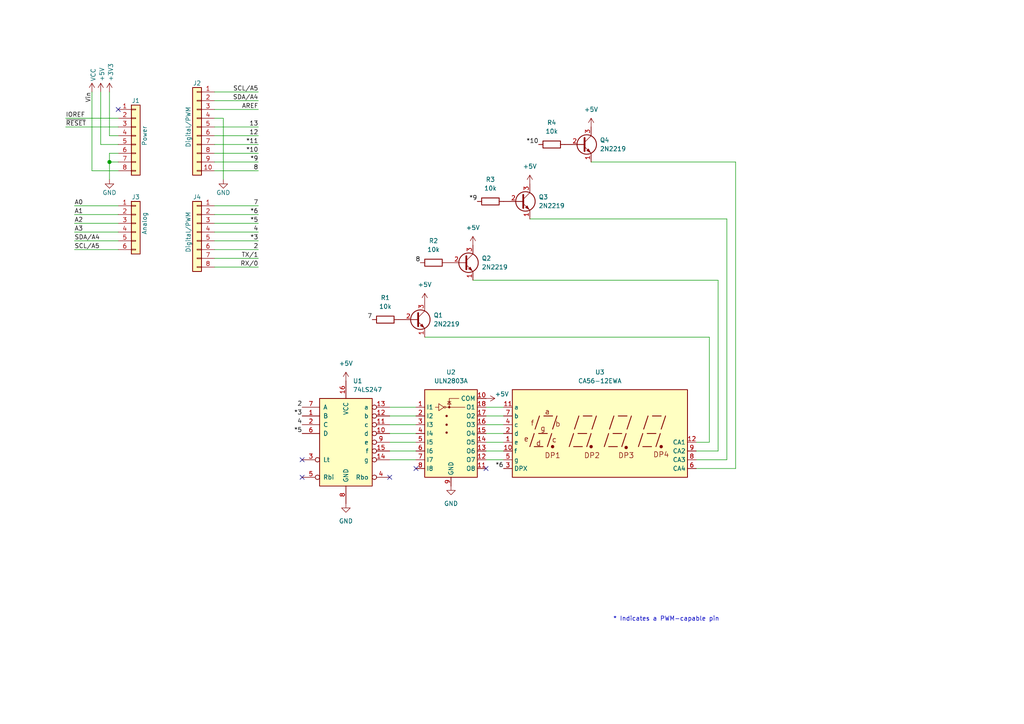
<source format=kicad_sch>
(kicad_sch (version 20211123) (generator eeschema)

  (uuid e63e39d7-6ac0-4ffd-8aa3-1841a4541b55)

  (paper "A4")

  (title_block
    (title "Shield Arduino UNO Display")
    (date "2024-06-01")
    (rev "1.0")
  )

  (lib_symbols
    (symbol "74xx:74LS247" (pin_names (offset 1.016)) (in_bom yes) (on_board yes)
      (property "Reference" "U" (id 0) (at -7.62 13.97 0)
        (effects (font (size 1.27 1.27)))
      )
      (property "Value" "74LS247" (id 1) (at -7.62 -13.97 0)
        (effects (font (size 1.27 1.27)))
      )
      (property "Footprint" "" (id 2) (at 0 0 0)
        (effects (font (size 1.27 1.27)) hide)
      )
      (property "Datasheet" "http://www.ti.com/lit/gpn/sn74LS247" (id 3) (at 0 0 0)
        (effects (font (size 1.27 1.27)) hide)
      )
      (property "ki_locked" "" (id 4) (at 0 0 0)
        (effects (font (size 1.27 1.27)))
      )
      (property "ki_keywords" "TTL DECOD" (id 5) (at 0 0 0)
        (effects (font (size 1.27 1.27)) hide)
      )
      (property "ki_description" "BCD to 7 segments Decoder Open Collector active Low" (id 6) (at 0 0 0)
        (effects (font (size 1.27 1.27)) hide)
      )
      (property "ki_fp_filters" "DIP?16*" (id 7) (at 0 0 0)
        (effects (font (size 1.27 1.27)) hide)
      )
      (symbol "74LS247_1_0"
        (pin input line (at -12.7 7.62 0) (length 5.08)
          (name "B" (effects (font (size 1.27 1.27))))
          (number "1" (effects (font (size 1.27 1.27))))
        )
        (pin open_collector inverted (at 12.7 2.54 180) (length 5.08)
          (name "d" (effects (font (size 1.27 1.27))))
          (number "10" (effects (font (size 1.27 1.27))))
        )
        (pin open_collector inverted (at 12.7 5.08 180) (length 5.08)
          (name "c" (effects (font (size 1.27 1.27))))
          (number "11" (effects (font (size 1.27 1.27))))
        )
        (pin open_collector inverted (at 12.7 7.62 180) (length 5.08)
          (name "b" (effects (font (size 1.27 1.27))))
          (number "12" (effects (font (size 1.27 1.27))))
        )
        (pin open_collector inverted (at 12.7 10.16 180) (length 5.08)
          (name "a" (effects (font (size 1.27 1.27))))
          (number "13" (effects (font (size 1.27 1.27))))
        )
        (pin open_collector inverted (at 12.7 -5.08 180) (length 5.08)
          (name "g" (effects (font (size 1.27 1.27))))
          (number "14" (effects (font (size 1.27 1.27))))
        )
        (pin open_collector inverted (at 12.7 -2.54 180) (length 5.08)
          (name "f" (effects (font (size 1.27 1.27))))
          (number "15" (effects (font (size 1.27 1.27))))
        )
        (pin power_in line (at 0 17.78 270) (length 5.08)
          (name "VCC" (effects (font (size 1.27 1.27))))
          (number "16" (effects (font (size 1.27 1.27))))
        )
        (pin input line (at -12.7 5.08 0) (length 5.08)
          (name "C" (effects (font (size 1.27 1.27))))
          (number "2" (effects (font (size 1.27 1.27))))
        )
        (pin input inverted (at -12.7 -5.08 0) (length 5.08)
          (name "Lt" (effects (font (size 1.27 1.27))))
          (number "3" (effects (font (size 1.27 1.27))))
        )
        (pin output inverted (at 12.7 -10.16 180) (length 5.08)
          (name "Rbo" (effects (font (size 1.27 1.27))))
          (number "4" (effects (font (size 1.27 1.27))))
        )
        (pin input inverted (at -12.7 -10.16 0) (length 5.08)
          (name "Rbi" (effects (font (size 1.27 1.27))))
          (number "5" (effects (font (size 1.27 1.27))))
        )
        (pin input line (at -12.7 2.54 0) (length 5.08)
          (name "D" (effects (font (size 1.27 1.27))))
          (number "6" (effects (font (size 1.27 1.27))))
        )
        (pin input line (at -12.7 10.16 0) (length 5.08)
          (name "A" (effects (font (size 1.27 1.27))))
          (number "7" (effects (font (size 1.27 1.27))))
        )
        (pin power_in line (at 0 -17.78 90) (length 5.08)
          (name "GND" (effects (font (size 1.27 1.27))))
          (number "8" (effects (font (size 1.27 1.27))))
        )
        (pin open_collector inverted (at 12.7 0 180) (length 5.08)
          (name "e" (effects (font (size 1.27 1.27))))
          (number "9" (effects (font (size 1.27 1.27))))
        )
      )
      (symbol "74LS247_1_1"
        (rectangle (start -7.62 12.7) (end 7.62 -12.7)
          (stroke (width 0.254) (type default) (color 0 0 0 0))
          (fill (type background))
        )
      )
    )
    (symbol "Connector_Generic:Conn_01x06" (pin_names (offset 1.016) hide) (in_bom yes) (on_board yes)
      (property "Reference" "J" (id 0) (at 0 7.62 0)
        (effects (font (size 1.27 1.27)))
      )
      (property "Value" "Conn_01x06" (id 1) (at 0 -10.16 0)
        (effects (font (size 1.27 1.27)))
      )
      (property "Footprint" "" (id 2) (at 0 0 0)
        (effects (font (size 1.27 1.27)) hide)
      )
      (property "Datasheet" "~" (id 3) (at 0 0 0)
        (effects (font (size 1.27 1.27)) hide)
      )
      (property "ki_keywords" "connector" (id 4) (at 0 0 0)
        (effects (font (size 1.27 1.27)) hide)
      )
      (property "ki_description" "Generic connector, single row, 01x06, script generated (kicad-library-utils/schlib/autogen/connector/)" (id 5) (at 0 0 0)
        (effects (font (size 1.27 1.27)) hide)
      )
      (property "ki_fp_filters" "Connector*:*_1x??_*" (id 6) (at 0 0 0)
        (effects (font (size 1.27 1.27)) hide)
      )
      (symbol "Conn_01x06_1_1"
        (rectangle (start -1.27 -7.493) (end 0 -7.747)
          (stroke (width 0.1524) (type default) (color 0 0 0 0))
          (fill (type none))
        )
        (rectangle (start -1.27 -4.953) (end 0 -5.207)
          (stroke (width 0.1524) (type default) (color 0 0 0 0))
          (fill (type none))
        )
        (rectangle (start -1.27 -2.413) (end 0 -2.667)
          (stroke (width 0.1524) (type default) (color 0 0 0 0))
          (fill (type none))
        )
        (rectangle (start -1.27 0.127) (end 0 -0.127)
          (stroke (width 0.1524) (type default) (color 0 0 0 0))
          (fill (type none))
        )
        (rectangle (start -1.27 2.667) (end 0 2.413)
          (stroke (width 0.1524) (type default) (color 0 0 0 0))
          (fill (type none))
        )
        (rectangle (start -1.27 5.207) (end 0 4.953)
          (stroke (width 0.1524) (type default) (color 0 0 0 0))
          (fill (type none))
        )
        (rectangle (start -1.27 6.35) (end 1.27 -8.89)
          (stroke (width 0.254) (type default) (color 0 0 0 0))
          (fill (type background))
        )
        (pin passive line (at -5.08 5.08 0) (length 3.81)
          (name "Pin_1" (effects (font (size 1.27 1.27))))
          (number "1" (effects (font (size 1.27 1.27))))
        )
        (pin passive line (at -5.08 2.54 0) (length 3.81)
          (name "Pin_2" (effects (font (size 1.27 1.27))))
          (number "2" (effects (font (size 1.27 1.27))))
        )
        (pin passive line (at -5.08 0 0) (length 3.81)
          (name "Pin_3" (effects (font (size 1.27 1.27))))
          (number "3" (effects (font (size 1.27 1.27))))
        )
        (pin passive line (at -5.08 -2.54 0) (length 3.81)
          (name "Pin_4" (effects (font (size 1.27 1.27))))
          (number "4" (effects (font (size 1.27 1.27))))
        )
        (pin passive line (at -5.08 -5.08 0) (length 3.81)
          (name "Pin_5" (effects (font (size 1.27 1.27))))
          (number "5" (effects (font (size 1.27 1.27))))
        )
        (pin passive line (at -5.08 -7.62 0) (length 3.81)
          (name "Pin_6" (effects (font (size 1.27 1.27))))
          (number "6" (effects (font (size 1.27 1.27))))
        )
      )
    )
    (symbol "Connector_Generic:Conn_01x08" (pin_names (offset 1.016) hide) (in_bom yes) (on_board yes)
      (property "Reference" "J" (id 0) (at 0 10.16 0)
        (effects (font (size 1.27 1.27)))
      )
      (property "Value" "Conn_01x08" (id 1) (at 0 -12.7 0)
        (effects (font (size 1.27 1.27)))
      )
      (property "Footprint" "" (id 2) (at 0 0 0)
        (effects (font (size 1.27 1.27)) hide)
      )
      (property "Datasheet" "~" (id 3) (at 0 0 0)
        (effects (font (size 1.27 1.27)) hide)
      )
      (property "ki_keywords" "connector" (id 4) (at 0 0 0)
        (effects (font (size 1.27 1.27)) hide)
      )
      (property "ki_description" "Generic connector, single row, 01x08, script generated (kicad-library-utils/schlib/autogen/connector/)" (id 5) (at 0 0 0)
        (effects (font (size 1.27 1.27)) hide)
      )
      (property "ki_fp_filters" "Connector*:*_1x??_*" (id 6) (at 0 0 0)
        (effects (font (size 1.27 1.27)) hide)
      )
      (symbol "Conn_01x08_1_1"
        (rectangle (start -1.27 -10.033) (end 0 -10.287)
          (stroke (width 0.1524) (type default) (color 0 0 0 0))
          (fill (type none))
        )
        (rectangle (start -1.27 -7.493) (end 0 -7.747)
          (stroke (width 0.1524) (type default) (color 0 0 0 0))
          (fill (type none))
        )
        (rectangle (start -1.27 -4.953) (end 0 -5.207)
          (stroke (width 0.1524) (type default) (color 0 0 0 0))
          (fill (type none))
        )
        (rectangle (start -1.27 -2.413) (end 0 -2.667)
          (stroke (width 0.1524) (type default) (color 0 0 0 0))
          (fill (type none))
        )
        (rectangle (start -1.27 0.127) (end 0 -0.127)
          (stroke (width 0.1524) (type default) (color 0 0 0 0))
          (fill (type none))
        )
        (rectangle (start -1.27 2.667) (end 0 2.413)
          (stroke (width 0.1524) (type default) (color 0 0 0 0))
          (fill (type none))
        )
        (rectangle (start -1.27 5.207) (end 0 4.953)
          (stroke (width 0.1524) (type default) (color 0 0 0 0))
          (fill (type none))
        )
        (rectangle (start -1.27 7.747) (end 0 7.493)
          (stroke (width 0.1524) (type default) (color 0 0 0 0))
          (fill (type none))
        )
        (rectangle (start -1.27 8.89) (end 1.27 -11.43)
          (stroke (width 0.254) (type default) (color 0 0 0 0))
          (fill (type background))
        )
        (pin passive line (at -5.08 7.62 0) (length 3.81)
          (name "Pin_1" (effects (font (size 1.27 1.27))))
          (number "1" (effects (font (size 1.27 1.27))))
        )
        (pin passive line (at -5.08 5.08 0) (length 3.81)
          (name "Pin_2" (effects (font (size 1.27 1.27))))
          (number "2" (effects (font (size 1.27 1.27))))
        )
        (pin passive line (at -5.08 2.54 0) (length 3.81)
          (name "Pin_3" (effects (font (size 1.27 1.27))))
          (number "3" (effects (font (size 1.27 1.27))))
        )
        (pin passive line (at -5.08 0 0) (length 3.81)
          (name "Pin_4" (effects (font (size 1.27 1.27))))
          (number "4" (effects (font (size 1.27 1.27))))
        )
        (pin passive line (at -5.08 -2.54 0) (length 3.81)
          (name "Pin_5" (effects (font (size 1.27 1.27))))
          (number "5" (effects (font (size 1.27 1.27))))
        )
        (pin passive line (at -5.08 -5.08 0) (length 3.81)
          (name "Pin_6" (effects (font (size 1.27 1.27))))
          (number "6" (effects (font (size 1.27 1.27))))
        )
        (pin passive line (at -5.08 -7.62 0) (length 3.81)
          (name "Pin_7" (effects (font (size 1.27 1.27))))
          (number "7" (effects (font (size 1.27 1.27))))
        )
        (pin passive line (at -5.08 -10.16 0) (length 3.81)
          (name "Pin_8" (effects (font (size 1.27 1.27))))
          (number "8" (effects (font (size 1.27 1.27))))
        )
      )
    )
    (symbol "Connector_Generic:Conn_01x10" (pin_names (offset 1.016) hide) (in_bom yes) (on_board yes)
      (property "Reference" "J" (id 0) (at 0 12.7 0)
        (effects (font (size 1.27 1.27)))
      )
      (property "Value" "Conn_01x10" (id 1) (at 0 -15.24 0)
        (effects (font (size 1.27 1.27)))
      )
      (property "Footprint" "" (id 2) (at 0 0 0)
        (effects (font (size 1.27 1.27)) hide)
      )
      (property "Datasheet" "~" (id 3) (at 0 0 0)
        (effects (font (size 1.27 1.27)) hide)
      )
      (property "ki_keywords" "connector" (id 4) (at 0 0 0)
        (effects (font (size 1.27 1.27)) hide)
      )
      (property "ki_description" "Generic connector, single row, 01x10, script generated (kicad-library-utils/schlib/autogen/connector/)" (id 5) (at 0 0 0)
        (effects (font (size 1.27 1.27)) hide)
      )
      (property "ki_fp_filters" "Connector*:*_1x??_*" (id 6) (at 0 0 0)
        (effects (font (size 1.27 1.27)) hide)
      )
      (symbol "Conn_01x10_1_1"
        (rectangle (start -1.27 -12.573) (end 0 -12.827)
          (stroke (width 0.1524) (type default) (color 0 0 0 0))
          (fill (type none))
        )
        (rectangle (start -1.27 -10.033) (end 0 -10.287)
          (stroke (width 0.1524) (type default) (color 0 0 0 0))
          (fill (type none))
        )
        (rectangle (start -1.27 -7.493) (end 0 -7.747)
          (stroke (width 0.1524) (type default) (color 0 0 0 0))
          (fill (type none))
        )
        (rectangle (start -1.27 -4.953) (end 0 -5.207)
          (stroke (width 0.1524) (type default) (color 0 0 0 0))
          (fill (type none))
        )
        (rectangle (start -1.27 -2.413) (end 0 -2.667)
          (stroke (width 0.1524) (type default) (color 0 0 0 0))
          (fill (type none))
        )
        (rectangle (start -1.27 0.127) (end 0 -0.127)
          (stroke (width 0.1524) (type default) (color 0 0 0 0))
          (fill (type none))
        )
        (rectangle (start -1.27 2.667) (end 0 2.413)
          (stroke (width 0.1524) (type default) (color 0 0 0 0))
          (fill (type none))
        )
        (rectangle (start -1.27 5.207) (end 0 4.953)
          (stroke (width 0.1524) (type default) (color 0 0 0 0))
          (fill (type none))
        )
        (rectangle (start -1.27 7.747) (end 0 7.493)
          (stroke (width 0.1524) (type default) (color 0 0 0 0))
          (fill (type none))
        )
        (rectangle (start -1.27 10.287) (end 0 10.033)
          (stroke (width 0.1524) (type default) (color 0 0 0 0))
          (fill (type none))
        )
        (rectangle (start -1.27 11.43) (end 1.27 -13.97)
          (stroke (width 0.254) (type default) (color 0 0 0 0))
          (fill (type background))
        )
        (pin passive line (at -5.08 10.16 0) (length 3.81)
          (name "Pin_1" (effects (font (size 1.27 1.27))))
          (number "1" (effects (font (size 1.27 1.27))))
        )
        (pin passive line (at -5.08 -12.7 0) (length 3.81)
          (name "Pin_10" (effects (font (size 1.27 1.27))))
          (number "10" (effects (font (size 1.27 1.27))))
        )
        (pin passive line (at -5.08 7.62 0) (length 3.81)
          (name "Pin_2" (effects (font (size 1.27 1.27))))
          (number "2" (effects (font (size 1.27 1.27))))
        )
        (pin passive line (at -5.08 5.08 0) (length 3.81)
          (name "Pin_3" (effects (font (size 1.27 1.27))))
          (number "3" (effects (font (size 1.27 1.27))))
        )
        (pin passive line (at -5.08 2.54 0) (length 3.81)
          (name "Pin_4" (effects (font (size 1.27 1.27))))
          (number "4" (effects (font (size 1.27 1.27))))
        )
        (pin passive line (at -5.08 0 0) (length 3.81)
          (name "Pin_5" (effects (font (size 1.27 1.27))))
          (number "5" (effects (font (size 1.27 1.27))))
        )
        (pin passive line (at -5.08 -2.54 0) (length 3.81)
          (name "Pin_6" (effects (font (size 1.27 1.27))))
          (number "6" (effects (font (size 1.27 1.27))))
        )
        (pin passive line (at -5.08 -5.08 0) (length 3.81)
          (name "Pin_7" (effects (font (size 1.27 1.27))))
          (number "7" (effects (font (size 1.27 1.27))))
        )
        (pin passive line (at -5.08 -7.62 0) (length 3.81)
          (name "Pin_8" (effects (font (size 1.27 1.27))))
          (number "8" (effects (font (size 1.27 1.27))))
        )
        (pin passive line (at -5.08 -10.16 0) (length 3.81)
          (name "Pin_9" (effects (font (size 1.27 1.27))))
          (number "9" (effects (font (size 1.27 1.27))))
        )
      )
    )
    (symbol "Device:R" (pin_numbers hide) (pin_names (offset 0)) (in_bom yes) (on_board yes)
      (property "Reference" "R" (id 0) (at 2.032 0 90)
        (effects (font (size 1.27 1.27)))
      )
      (property "Value" "R" (id 1) (at 0 0 90)
        (effects (font (size 1.27 1.27)))
      )
      (property "Footprint" "" (id 2) (at -1.778 0 90)
        (effects (font (size 1.27 1.27)) hide)
      )
      (property "Datasheet" "~" (id 3) (at 0 0 0)
        (effects (font (size 1.27 1.27)) hide)
      )
      (property "ki_keywords" "R res resistor" (id 4) (at 0 0 0)
        (effects (font (size 1.27 1.27)) hide)
      )
      (property "ki_description" "Resistor" (id 5) (at 0 0 0)
        (effects (font (size 1.27 1.27)) hide)
      )
      (property "ki_fp_filters" "R_*" (id 6) (at 0 0 0)
        (effects (font (size 1.27 1.27)) hide)
      )
      (symbol "R_0_1"
        (rectangle (start -1.016 -2.54) (end 1.016 2.54)
          (stroke (width 0.254) (type default) (color 0 0 0 0))
          (fill (type none))
        )
      )
      (symbol "R_1_1"
        (pin passive line (at 0 3.81 270) (length 1.27)
          (name "~" (effects (font (size 1.27 1.27))))
          (number "1" (effects (font (size 1.27 1.27))))
        )
        (pin passive line (at 0 -3.81 90) (length 1.27)
          (name "~" (effects (font (size 1.27 1.27))))
          (number "2" (effects (font (size 1.27 1.27))))
        )
      )
    )
    (symbol "Display_Character:CA56-12EWA" (in_bom yes) (on_board yes)
      (property "Reference" "U" (id 0) (at -24.13 13.97 0)
        (effects (font (size 1.27 1.27)))
      )
      (property "Value" "CA56-12EWA" (id 1) (at 19.05 13.97 0)
        (effects (font (size 1.27 1.27)))
      )
      (property "Footprint" "Display_7Segment:CA56-12EWA" (id 2) (at 0 -15.24 0)
        (effects (font (size 1.27 1.27)) hide)
      )
      (property "Datasheet" "http://www.kingbrightusa.com/images/catalog/SPEC/CA56-12EWA.pdf" (id 3) (at -10.922 0.762 0)
        (effects (font (size 1.27 1.27)) hide)
      )
      (property "ki_keywords" "display LED 7-segment" (id 4) (at 0 0 0)
        (effects (font (size 1.27 1.27)) hide)
      )
      (property "ki_description" "4 digit 7 segment high efficiency red LED, common anode" (id 5) (at 0 0 0)
        (effects (font (size 1.27 1.27)) hide)
      )
      (property "ki_fp_filters" "*CA56*12EWA*" (id 6) (at 0 0 0)
        (effects (font (size 1.27 1.27)) hide)
      )
      (symbol "CA56-12EWA_0_0"
        (rectangle (start -25.4 12.7) (end 25.4 -12.7)
          (stroke (width 0.254) (type default) (color 0 0 0 0))
          (fill (type background))
        )
        (polyline
          (pts
            (xy -20.32 -3.81)
            (xy -19.05 0)
          )
          (stroke (width 0.254) (type default) (color 0 0 0 0))
          (fill (type none))
        )
        (polyline
          (pts
            (xy -19.05 -3.81)
            (xy -16.51 -3.81)
          )
          (stroke (width 0.254) (type default) (color 0 0 0 0))
          (fill (type none))
        )
        (polyline
          (pts
            (xy -18.796 1.27)
            (xy -17.526 5.08)
          )
          (stroke (width 0.254) (type default) (color 0 0 0 0))
          (fill (type none))
        )
        (polyline
          (pts
            (xy -17.78 0)
            (xy -15.24 0)
          )
          (stroke (width 0.254) (type default) (color 0 0 0 0))
          (fill (type none))
        )
        (polyline
          (pts
            (xy -16.256 5.08)
            (xy -13.716 5.08)
          )
          (stroke (width 0.254) (type default) (color 0 0 0 0))
          (fill (type none))
        )
        (polyline
          (pts
            (xy -15.24 -3.81)
            (xy -13.97 0)
          )
          (stroke (width 0.254) (type default) (color 0 0 0 0))
          (fill (type none))
        )
        (polyline
          (pts
            (xy -13.716 1.27)
            (xy -12.446 5.08)
          )
          (stroke (width 0.254) (type default) (color 0 0 0 0))
          (fill (type none))
        )
        (polyline
          (pts
            (xy -8.89 -3.81)
            (xy -7.62 0)
          )
          (stroke (width 0.254) (type default) (color 0 0 0 0))
          (fill (type none))
        )
        (polyline
          (pts
            (xy -7.62 -3.81)
            (xy -5.08 -3.81)
          )
          (stroke (width 0.254) (type default) (color 0 0 0 0))
          (fill (type none))
        )
        (polyline
          (pts
            (xy -7.366 1.27)
            (xy -6.096 5.08)
          )
          (stroke (width 0.254) (type default) (color 0 0 0 0))
          (fill (type none))
        )
        (polyline
          (pts
            (xy -6.35 0)
            (xy -3.81 0)
          )
          (stroke (width 0.254) (type default) (color 0 0 0 0))
          (fill (type none))
        )
        (polyline
          (pts
            (xy -4.826 5.08)
            (xy -2.286 5.08)
          )
          (stroke (width 0.254) (type default) (color 0 0 0 0))
          (fill (type none))
        )
        (polyline
          (pts
            (xy -3.81 -3.81)
            (xy -2.54 0)
          )
          (stroke (width 0.254) (type default) (color 0 0 0 0))
          (fill (type none))
        )
        (polyline
          (pts
            (xy -2.286 1.27)
            (xy -1.016 5.08)
          )
          (stroke (width 0.254) (type default) (color 0 0 0 0))
          (fill (type none))
        )
        (polyline
          (pts
            (xy 1.27 -3.81)
            (xy 2.54 0)
          )
          (stroke (width 0.254) (type default) (color 0 0 0 0))
          (fill (type none))
        )
        (polyline
          (pts
            (xy 2.54 -3.81)
            (xy 5.08 -3.81)
          )
          (stroke (width 0.254) (type default) (color 0 0 0 0))
          (fill (type none))
        )
        (polyline
          (pts
            (xy 2.794 1.27)
            (xy 4.064 5.08)
          )
          (stroke (width 0.254) (type default) (color 0 0 0 0))
          (fill (type none))
        )
        (polyline
          (pts
            (xy 3.81 0)
            (xy 6.35 0)
          )
          (stroke (width 0.254) (type default) (color 0 0 0 0))
          (fill (type none))
        )
        (polyline
          (pts
            (xy 5.334 5.08)
            (xy 7.874 5.08)
          )
          (stroke (width 0.254) (type default) (color 0 0 0 0))
          (fill (type none))
        )
        (polyline
          (pts
            (xy 6.35 -3.81)
            (xy 7.62 0)
          )
          (stroke (width 0.254) (type default) (color 0 0 0 0))
          (fill (type none))
        )
        (polyline
          (pts
            (xy 7.874 1.27)
            (xy 9.144 5.08)
          )
          (stroke (width 0.254) (type default) (color 0 0 0 0))
          (fill (type none))
        )
        (polyline
          (pts
            (xy 11.176 -3.81)
            (xy 12.446 0)
          )
          (stroke (width 0.254) (type default) (color 0 0 0 0))
          (fill (type none))
        )
        (polyline
          (pts
            (xy 12.446 -3.81)
            (xy 14.986 -3.81)
          )
          (stroke (width 0.254) (type default) (color 0 0 0 0))
          (fill (type none))
        )
        (polyline
          (pts
            (xy 12.7 1.27)
            (xy 13.97 5.08)
          )
          (stroke (width 0.254) (type default) (color 0 0 0 0))
          (fill (type none))
        )
        (polyline
          (pts
            (xy 13.716 0)
            (xy 16.256 0)
          )
          (stroke (width 0.254) (type default) (color 0 0 0 0))
          (fill (type none))
        )
        (polyline
          (pts
            (xy 15.24 5.08)
            (xy 17.78 5.08)
          )
          (stroke (width 0.254) (type default) (color 0 0 0 0))
          (fill (type none))
        )
        (polyline
          (pts
            (xy 16.256 -3.81)
            (xy 17.526 0)
          )
          (stroke (width 0.254) (type default) (color 0 0 0 0))
          (fill (type none))
        )
        (polyline
          (pts
            (xy 17.78 1.27)
            (xy 19.05 5.08)
          )
          (stroke (width 0.254) (type default) (color 0 0 0 0))
          (fill (type none))
        )
        (text "a" (at -15.24 6.35 0)
          (effects (font (size 1.524 1.524)))
        )
        (text "b" (at -12.192 2.794 0)
          (effects (font (size 1.524 1.524)))
        )
        (text "c" (at -13.208 -1.778 0)
          (effects (font (size 1.524 1.524)))
        )
        (text "d" (at -17.78 -2.794 0)
          (effects (font (size 1.524 1.524)))
        )
        (text "DP1" (at -13.716 -6.35 0)
          (effects (font (size 1.524 1.524)))
        )
        (text "DP2" (at -2.286 -6.35 0)
          (effects (font (size 1.524 1.524)))
        )
        (text "DP3" (at 7.62 -6.35 0)
          (effects (font (size 1.524 1.524)))
        )
        (text "DP4" (at 17.78 -6.096 0)
          (effects (font (size 1.524 1.524)))
        )
        (text "e" (at -21.336 -1.524 0)
          (effects (font (size 1.524 1.524)))
        )
        (text "f" (at -19.558 3.048 0)
          (effects (font (size 1.524 1.524)))
        )
        (text "g" (at -16.51 1.524 0)
          (effects (font (size 1.524 1.524)))
        )
      )
      (symbol "CA56-12EWA_0_1"
        (circle (center -13.716 -3.81) (radius 0.3556)
          (stroke (width 0.254) (type default) (color 0 0 0 0))
          (fill (type outline))
        )
        (circle (center -2.54 -3.81) (radius 0.3556)
          (stroke (width 0.254) (type default) (color 0 0 0 0))
          (fill (type outline))
        )
      )
      (symbol "CA56-12EWA_1_0"
        (circle (center 7.62 -4.064) (radius 0.3556)
          (stroke (width 0.254) (type default) (color 0 0 0 0))
          (fill (type outline))
        )
        (circle (center 17.78 -3.81) (radius 0.3556)
          (stroke (width 0.254) (type default) (color 0 0 0 0))
          (fill (type outline))
        )
      )
      (symbol "CA56-12EWA_1_1"
        (pin input line (at -27.94 -2.54 0) (length 2.54)
          (name "e" (effects (font (size 1.27 1.27))))
          (number "1" (effects (font (size 1.27 1.27))))
        )
        (pin input line (at -27.94 -5.08 0) (length 2.54)
          (name "f" (effects (font (size 1.27 1.27))))
          (number "10" (effects (font (size 1.27 1.27))))
        )
        (pin input line (at -27.94 7.62 0) (length 2.54)
          (name "a" (effects (font (size 1.27 1.27))))
          (number "11" (effects (font (size 1.27 1.27))))
        )
        (pin input line (at 27.94 -2.54 180) (length 2.54)
          (name "CA1" (effects (font (size 1.27 1.27))))
          (number "12" (effects (font (size 1.27 1.27))))
        )
        (pin input line (at -27.94 0 0) (length 2.54)
          (name "d" (effects (font (size 1.27 1.27))))
          (number "2" (effects (font (size 1.27 1.27))))
        )
        (pin input line (at -27.94 -10.16 0) (length 2.54)
          (name "DPX" (effects (font (size 1.27 1.27))))
          (number "3" (effects (font (size 1.27 1.27))))
        )
        (pin input line (at -27.94 2.54 0) (length 2.54)
          (name "c" (effects (font (size 1.27 1.27))))
          (number "4" (effects (font (size 1.27 1.27))))
        )
        (pin input line (at -27.94 -7.62 0) (length 2.54)
          (name "g" (effects (font (size 1.27 1.27))))
          (number "5" (effects (font (size 1.27 1.27))))
        )
        (pin input line (at 27.94 -10.16 180) (length 2.54)
          (name "CA4" (effects (font (size 1.27 1.27))))
          (number "6" (effects (font (size 1.27 1.27))))
        )
        (pin input line (at -27.94 5.08 0) (length 2.54)
          (name "b" (effects (font (size 1.27 1.27))))
          (number "7" (effects (font (size 1.27 1.27))))
        )
        (pin input line (at 27.94 -7.62 180) (length 2.54)
          (name "CA3" (effects (font (size 1.27 1.27))))
          (number "8" (effects (font (size 1.27 1.27))))
        )
        (pin input line (at 27.94 -5.08 180) (length 2.54)
          (name "CA2" (effects (font (size 1.27 1.27))))
          (number "9" (effects (font (size 1.27 1.27))))
        )
      )
    )
    (symbol "Transistor_Array:ULN2803A" (in_bom yes) (on_board yes)
      (property "Reference" "U" (id 0) (at 0 13.335 0)
        (effects (font (size 1.27 1.27)))
      )
      (property "Value" "ULN2803A" (id 1) (at 0 11.43 0)
        (effects (font (size 1.27 1.27)))
      )
      (property "Footprint" "" (id 2) (at 1.27 -16.51 0)
        (effects (font (size 1.27 1.27)) (justify left) hide)
      )
      (property "Datasheet" "http://www.ti.com/lit/ds/symlink/uln2803a.pdf" (id 3) (at 2.54 -5.08 0)
        (effects (font (size 1.27 1.27)) hide)
      )
      (property "ki_keywords" "Darlington transistor array" (id 4) (at 0 0 0)
        (effects (font (size 1.27 1.27)) hide)
      )
      (property "ki_description" "Darlington Transistor Arrays, SOIC18/DIP18" (id 5) (at 0 0 0)
        (effects (font (size 1.27 1.27)) hide)
      )
      (property "ki_fp_filters" "DIP*W7.62mm* SOIC*7.5x11.6mm*P1.27mm*" (id 6) (at 0 0 0)
        (effects (font (size 1.27 1.27)) hide)
      )
      (symbol "ULN2803A_0_1"
        (rectangle (start -7.62 -15.24) (end 7.62 10.16)
          (stroke (width 0.254) (type default) (color 0 0 0 0))
          (fill (type background))
        )
        (circle (center -1.778 5.08) (radius 0.254)
          (stroke (width 0) (type default) (color 0 0 0 0))
          (fill (type none))
        )
        (circle (center -1.27 -2.286) (radius 0.254)
          (stroke (width 0) (type default) (color 0 0 0 0))
          (fill (type outline))
        )
        (circle (center -1.27 0) (radius 0.254)
          (stroke (width 0) (type default) (color 0 0 0 0))
          (fill (type outline))
        )
        (circle (center -1.27 2.54) (radius 0.254)
          (stroke (width 0) (type default) (color 0 0 0 0))
          (fill (type outline))
        )
        (circle (center -0.508 5.08) (radius 0.254)
          (stroke (width 0) (type default) (color 0 0 0 0))
          (fill (type outline))
        )
        (polyline
          (pts
            (xy -4.572 5.08)
            (xy -3.556 5.08)
          )
          (stroke (width 0) (type default) (color 0 0 0 0))
          (fill (type none))
        )
        (polyline
          (pts
            (xy -1.524 5.08)
            (xy 4.064 5.08)
          )
          (stroke (width 0) (type default) (color 0 0 0 0))
          (fill (type none))
        )
        (polyline
          (pts
            (xy 0 6.731)
            (xy -1.016 6.731)
          )
          (stroke (width 0) (type default) (color 0 0 0 0))
          (fill (type none))
        )
        (polyline
          (pts
            (xy -0.508 5.08)
            (xy -0.508 7.62)
            (xy 2.286 7.62)
          )
          (stroke (width 0) (type default) (color 0 0 0 0))
          (fill (type none))
        )
        (polyline
          (pts
            (xy -3.556 6.096)
            (xy -3.556 4.064)
            (xy -2.032 5.08)
            (xy -3.556 6.096)
          )
          (stroke (width 0) (type default) (color 0 0 0 0))
          (fill (type none))
        )
        (polyline
          (pts
            (xy 0 5.969)
            (xy -1.016 5.969)
            (xy -0.508 6.731)
            (xy 0 5.969)
          )
          (stroke (width 0) (type default) (color 0 0 0 0))
          (fill (type none))
        )
      )
      (symbol "ULN2803A_1_1"
        (pin input line (at -10.16 5.08 0) (length 2.54)
          (name "I1" (effects (font (size 1.27 1.27))))
          (number "1" (effects (font (size 1.27 1.27))))
        )
        (pin passive line (at 10.16 7.62 180) (length 2.54)
          (name "COM" (effects (font (size 1.27 1.27))))
          (number "10" (effects (font (size 1.27 1.27))))
        )
        (pin open_collector line (at 10.16 -12.7 180) (length 2.54)
          (name "O8" (effects (font (size 1.27 1.27))))
          (number "11" (effects (font (size 1.27 1.27))))
        )
        (pin open_collector line (at 10.16 -10.16 180) (length 2.54)
          (name "O7" (effects (font (size 1.27 1.27))))
          (number "12" (effects (font (size 1.27 1.27))))
        )
        (pin open_collector line (at 10.16 -7.62 180) (length 2.54)
          (name "O6" (effects (font (size 1.27 1.27))))
          (number "13" (effects (font (size 1.27 1.27))))
        )
        (pin open_collector line (at 10.16 -5.08 180) (length 2.54)
          (name "O5" (effects (font (size 1.27 1.27))))
          (number "14" (effects (font (size 1.27 1.27))))
        )
        (pin open_collector line (at 10.16 -2.54 180) (length 2.54)
          (name "O4" (effects (font (size 1.27 1.27))))
          (number "15" (effects (font (size 1.27 1.27))))
        )
        (pin open_collector line (at 10.16 0 180) (length 2.54)
          (name "O3" (effects (font (size 1.27 1.27))))
          (number "16" (effects (font (size 1.27 1.27))))
        )
        (pin open_collector line (at 10.16 2.54 180) (length 2.54)
          (name "O2" (effects (font (size 1.27 1.27))))
          (number "17" (effects (font (size 1.27 1.27))))
        )
        (pin open_collector line (at 10.16 5.08 180) (length 2.54)
          (name "O1" (effects (font (size 1.27 1.27))))
          (number "18" (effects (font (size 1.27 1.27))))
        )
        (pin input line (at -10.16 2.54 0) (length 2.54)
          (name "I2" (effects (font (size 1.27 1.27))))
          (number "2" (effects (font (size 1.27 1.27))))
        )
        (pin input line (at -10.16 0 0) (length 2.54)
          (name "I3" (effects (font (size 1.27 1.27))))
          (number "3" (effects (font (size 1.27 1.27))))
        )
        (pin input line (at -10.16 -2.54 0) (length 2.54)
          (name "I4" (effects (font (size 1.27 1.27))))
          (number "4" (effects (font (size 1.27 1.27))))
        )
        (pin input line (at -10.16 -5.08 0) (length 2.54)
          (name "I5" (effects (font (size 1.27 1.27))))
          (number "5" (effects (font (size 1.27 1.27))))
        )
        (pin input line (at -10.16 -7.62 0) (length 2.54)
          (name "I6" (effects (font (size 1.27 1.27))))
          (number "6" (effects (font (size 1.27 1.27))))
        )
        (pin input line (at -10.16 -10.16 0) (length 2.54)
          (name "I7" (effects (font (size 1.27 1.27))))
          (number "7" (effects (font (size 1.27 1.27))))
        )
        (pin input line (at -10.16 -12.7 0) (length 2.54)
          (name "I8" (effects (font (size 1.27 1.27))))
          (number "8" (effects (font (size 1.27 1.27))))
        )
        (pin power_in line (at 0 -17.78 90) (length 2.54)
          (name "GND" (effects (font (size 1.27 1.27))))
          (number "9" (effects (font (size 1.27 1.27))))
        )
      )
    )
    (symbol "Transistor_BJT:2N2219" (pin_names (offset 0) hide) (in_bom yes) (on_board yes)
      (property "Reference" "Q" (id 0) (at 5.08 1.905 0)
        (effects (font (size 1.27 1.27)) (justify left))
      )
      (property "Value" "2N2219" (id 1) (at 5.08 0 0)
        (effects (font (size 1.27 1.27)) (justify left))
      )
      (property "Footprint" "Package_TO_SOT_THT:TO-39-3" (id 2) (at 5.08 -1.905 0)
        (effects (font (size 1.27 1.27) italic) (justify left) hide)
      )
      (property "Datasheet" "http://www.onsemi.com/pub_link/Collateral/2N2219-D.PDF" (id 3) (at 0 0 0)
        (effects (font (size 1.27 1.27)) (justify left) hide)
      )
      (property "ki_keywords" "NPN Transistor" (id 4) (at 0 0 0)
        (effects (font (size 1.27 1.27)) hide)
      )
      (property "ki_description" "800mA Ic, 50V Vce, NPN Transistor, TO-39" (id 5) (at 0 0 0)
        (effects (font (size 1.27 1.27)) hide)
      )
      (property "ki_fp_filters" "TO?39*" (id 6) (at 0 0 0)
        (effects (font (size 1.27 1.27)) hide)
      )
      (symbol "2N2219_0_1"
        (polyline
          (pts
            (xy 0.635 0.635)
            (xy 2.54 2.54)
          )
          (stroke (width 0) (type default) (color 0 0 0 0))
          (fill (type none))
        )
        (polyline
          (pts
            (xy 0.635 -0.635)
            (xy 2.54 -2.54)
            (xy 2.54 -2.54)
          )
          (stroke (width 0) (type default) (color 0 0 0 0))
          (fill (type none))
        )
        (polyline
          (pts
            (xy 0.635 1.905)
            (xy 0.635 -1.905)
            (xy 0.635 -1.905)
          )
          (stroke (width 0.508) (type default) (color 0 0 0 0))
          (fill (type none))
        )
        (polyline
          (pts
            (xy 1.27 -1.778)
            (xy 1.778 -1.27)
            (xy 2.286 -2.286)
            (xy 1.27 -1.778)
            (xy 1.27 -1.778)
          )
          (stroke (width 0) (type default) (color 0 0 0 0))
          (fill (type outline))
        )
        (circle (center 1.27 0) (radius 2.8194)
          (stroke (width 0.254) (type default) (color 0 0 0 0))
          (fill (type none))
        )
      )
      (symbol "2N2219_1_1"
        (pin passive line (at 2.54 -5.08 90) (length 2.54)
          (name "E" (effects (font (size 1.27 1.27))))
          (number "1" (effects (font (size 1.27 1.27))))
        )
        (pin passive line (at -5.08 0 0) (length 5.715)
          (name "B" (effects (font (size 1.27 1.27))))
          (number "2" (effects (font (size 1.27 1.27))))
        )
        (pin passive line (at 2.54 5.08 270) (length 2.54)
          (name "C" (effects (font (size 1.27 1.27))))
          (number "3" (effects (font (size 1.27 1.27))))
        )
      )
    )
    (symbol "power:+3V3" (power) (pin_names (offset 0)) (in_bom yes) (on_board yes)
      (property "Reference" "#PWR" (id 0) (at 0 -3.81 0)
        (effects (font (size 1.27 1.27)) hide)
      )
      (property "Value" "+3V3" (id 1) (at 0 3.556 0)
        (effects (font (size 1.27 1.27)))
      )
      (property "Footprint" "" (id 2) (at 0 0 0)
        (effects (font (size 1.27 1.27)) hide)
      )
      (property "Datasheet" "" (id 3) (at 0 0 0)
        (effects (font (size 1.27 1.27)) hide)
      )
      (property "ki_keywords" "power-flag" (id 4) (at 0 0 0)
        (effects (font (size 1.27 1.27)) hide)
      )
      (property "ki_description" "Power symbol creates a global label with name \"+3V3\"" (id 5) (at 0 0 0)
        (effects (font (size 1.27 1.27)) hide)
      )
      (symbol "+3V3_0_1"
        (polyline
          (pts
            (xy -0.762 1.27)
            (xy 0 2.54)
          )
          (stroke (width 0) (type default) (color 0 0 0 0))
          (fill (type none))
        )
        (polyline
          (pts
            (xy 0 0)
            (xy 0 2.54)
          )
          (stroke (width 0) (type default) (color 0 0 0 0))
          (fill (type none))
        )
        (polyline
          (pts
            (xy 0 2.54)
            (xy 0.762 1.27)
          )
          (stroke (width 0) (type default) (color 0 0 0 0))
          (fill (type none))
        )
      )
      (symbol "+3V3_1_1"
        (pin power_in line (at 0 0 90) (length 0) hide
          (name "+3V3" (effects (font (size 1.27 1.27))))
          (number "1" (effects (font (size 1.27 1.27))))
        )
      )
    )
    (symbol "power:+5V" (power) (pin_names (offset 0)) (in_bom yes) (on_board yes)
      (property "Reference" "#PWR" (id 0) (at 0 -3.81 0)
        (effects (font (size 1.27 1.27)) hide)
      )
      (property "Value" "+5V" (id 1) (at 0 3.556 0)
        (effects (font (size 1.27 1.27)))
      )
      (property "Footprint" "" (id 2) (at 0 0 0)
        (effects (font (size 1.27 1.27)) hide)
      )
      (property "Datasheet" "" (id 3) (at 0 0 0)
        (effects (font (size 1.27 1.27)) hide)
      )
      (property "ki_keywords" "power-flag" (id 4) (at 0 0 0)
        (effects (font (size 1.27 1.27)) hide)
      )
      (property "ki_description" "Power symbol creates a global label with name \"+5V\"" (id 5) (at 0 0 0)
        (effects (font (size 1.27 1.27)) hide)
      )
      (symbol "+5V_0_1"
        (polyline
          (pts
            (xy -0.762 1.27)
            (xy 0 2.54)
          )
          (stroke (width 0) (type default) (color 0 0 0 0))
          (fill (type none))
        )
        (polyline
          (pts
            (xy 0 0)
            (xy 0 2.54)
          )
          (stroke (width 0) (type default) (color 0 0 0 0))
          (fill (type none))
        )
        (polyline
          (pts
            (xy 0 2.54)
            (xy 0.762 1.27)
          )
          (stroke (width 0) (type default) (color 0 0 0 0))
          (fill (type none))
        )
      )
      (symbol "+5V_1_1"
        (pin power_in line (at 0 0 90) (length 0) hide
          (name "+5V" (effects (font (size 1.27 1.27))))
          (number "1" (effects (font (size 1.27 1.27))))
        )
      )
    )
    (symbol "power:GND" (power) (pin_names (offset 0)) (in_bom yes) (on_board yes)
      (property "Reference" "#PWR" (id 0) (at 0 -6.35 0)
        (effects (font (size 1.27 1.27)) hide)
      )
      (property "Value" "GND" (id 1) (at 0 -3.81 0)
        (effects (font (size 1.27 1.27)))
      )
      (property "Footprint" "" (id 2) (at 0 0 0)
        (effects (font (size 1.27 1.27)) hide)
      )
      (property "Datasheet" "" (id 3) (at 0 0 0)
        (effects (font (size 1.27 1.27)) hide)
      )
      (property "ki_keywords" "power-flag" (id 4) (at 0 0 0)
        (effects (font (size 1.27 1.27)) hide)
      )
      (property "ki_description" "Power symbol creates a global label with name \"GND\" , ground" (id 5) (at 0 0 0)
        (effects (font (size 1.27 1.27)) hide)
      )
      (symbol "GND_0_1"
        (polyline
          (pts
            (xy 0 0)
            (xy 0 -1.27)
            (xy 1.27 -1.27)
            (xy 0 -2.54)
            (xy -1.27 -1.27)
            (xy 0 -1.27)
          )
          (stroke (width 0) (type default) (color 0 0 0 0))
          (fill (type none))
        )
      )
      (symbol "GND_1_1"
        (pin power_in line (at 0 0 270) (length 0) hide
          (name "GND" (effects (font (size 1.27 1.27))))
          (number "1" (effects (font (size 1.27 1.27))))
        )
      )
    )
    (symbol "power:VCC" (power) (pin_names (offset 0)) (in_bom yes) (on_board yes)
      (property "Reference" "#PWR" (id 0) (at 0 -3.81 0)
        (effects (font (size 1.27 1.27)) hide)
      )
      (property "Value" "VCC" (id 1) (at 0 3.81 0)
        (effects (font (size 1.27 1.27)))
      )
      (property "Footprint" "" (id 2) (at 0 0 0)
        (effects (font (size 1.27 1.27)) hide)
      )
      (property "Datasheet" "" (id 3) (at 0 0 0)
        (effects (font (size 1.27 1.27)) hide)
      )
      (property "ki_keywords" "power-flag" (id 4) (at 0 0 0)
        (effects (font (size 1.27 1.27)) hide)
      )
      (property "ki_description" "Power symbol creates a global label with name \"VCC\"" (id 5) (at 0 0 0)
        (effects (font (size 1.27 1.27)) hide)
      )
      (symbol "VCC_0_1"
        (polyline
          (pts
            (xy -0.762 1.27)
            (xy 0 2.54)
          )
          (stroke (width 0) (type default) (color 0 0 0 0))
          (fill (type none))
        )
        (polyline
          (pts
            (xy 0 0)
            (xy 0 2.54)
          )
          (stroke (width 0) (type default) (color 0 0 0 0))
          (fill (type none))
        )
        (polyline
          (pts
            (xy 0 2.54)
            (xy 0.762 1.27)
          )
          (stroke (width 0) (type default) (color 0 0 0 0))
          (fill (type none))
        )
      )
      (symbol "VCC_1_1"
        (pin power_in line (at 0 0 90) (length 0) hide
          (name "VCC" (effects (font (size 1.27 1.27))))
          (number "1" (effects (font (size 1.27 1.27))))
        )
      )
    )
  )

  (junction (at 31.75 46.99) (diameter 1.016) (color 0 0 0 0)
    (uuid 3dcc657b-55a1-48e0-9667-e01e7b6b08b5)
  )

  (no_connect (at 113.03 138.43) (uuid 4cbd3e98-646d-489d-b76d-09b5ce3cd133))
  (no_connect (at 120.65 135.89) (uuid 660cfd88-3e1b-4a06-9e71-235a91a3d444))
  (no_connect (at 140.97 135.89) (uuid 8ea28122-03c6-48bd-8026-0e97df865c3e))
  (no_connect (at 87.63 138.43) (uuid b9164919-7df0-4e09-8e7d-69bb2cf63bf4))
  (no_connect (at 34.29 31.75) (uuid d181157c-7812-47e5-a0cf-9580c905fc86))
  (no_connect (at 87.63 133.35) (uuid fd820632-f6fd-4715-83b3-0ecdc3bbf807))

  (wire (pts (xy 62.23 77.47) (xy 74.93 77.47))
    (stroke (width 0) (type solid) (color 0 0 0 0))
    (uuid 010ba307-2067-49d3-b0fa-6414143f3fc2)
  )
  (wire (pts (xy 140.97 118.11) (xy 146.05 118.11))
    (stroke (width 0) (type default) (color 0 0 0 0))
    (uuid 0596dc56-cd99-4179-b61e-85a973206400)
  )
  (wire (pts (xy 140.97 120.65) (xy 146.05 120.65))
    (stroke (width 0) (type default) (color 0 0 0 0))
    (uuid 0638a9c4-20cd-4553-a9ff-081c0205d875)
  )
  (wire (pts (xy 62.23 44.45) (xy 74.93 44.45))
    (stroke (width 0) (type solid) (color 0 0 0 0))
    (uuid 09480ba4-37da-45e3-b9fe-6beebf876349)
  )
  (wire (pts (xy 113.03 128.27) (xy 120.65 128.27))
    (stroke (width 0) (type default) (color 0 0 0 0))
    (uuid 0a4fa8f7-d1c1-4280-90cb-05eac28cb46d)
  )
  (wire (pts (xy 205.74 97.79) (xy 205.74 128.27))
    (stroke (width 0) (type default) (color 0 0 0 0))
    (uuid 0a816a72-49bc-46c6-bf34-71f098b740f7)
  )
  (wire (pts (xy 62.23 26.67) (xy 74.93 26.67))
    (stroke (width 0) (type solid) (color 0 0 0 0))
    (uuid 0f5d2189-4ead-42fa-8f7a-cfa3af4de132)
  )
  (wire (pts (xy 205.74 128.27) (xy 201.93 128.27))
    (stroke (width 0) (type default) (color 0 0 0 0))
    (uuid 0fc0456a-daf8-494e-8349-2d8f63eaee2d)
  )
  (wire (pts (xy 213.36 135.89) (xy 201.93 135.89))
    (stroke (width 0) (type default) (color 0 0 0 0))
    (uuid 10c21693-6321-46a0-95a1-c8956b84ae86)
  )
  (wire (pts (xy 140.97 133.35) (xy 146.05 133.35))
    (stroke (width 0) (type default) (color 0 0 0 0))
    (uuid 17e05bb3-4fcd-4805-b46a-bf58228fbd4b)
  )
  (wire (pts (xy 208.28 130.81) (xy 201.93 130.81))
    (stroke (width 0) (type default) (color 0 0 0 0))
    (uuid 1c033993-ae71-4ae2-9cb4-563cd4164c5d)
  )
  (wire (pts (xy 31.75 44.45) (xy 31.75 46.99))
    (stroke (width 0) (type solid) (color 0 0 0 0))
    (uuid 1c31b835-925f-4a5c-92df-8f2558bb711b)
  )
  (wire (pts (xy 21.59 72.39) (xy 34.29 72.39))
    (stroke (width 0) (type solid) (color 0 0 0 0))
    (uuid 20854542-d0b0-4be7-af02-0e5fceb34e01)
  )
  (wire (pts (xy 208.28 81.28) (xy 208.28 130.81))
    (stroke (width 0) (type default) (color 0 0 0 0))
    (uuid 22917d53-79c4-4835-b4eb-a5e01a8b3056)
  )
  (wire (pts (xy 113.03 123.19) (xy 120.65 123.19))
    (stroke (width 0) (type default) (color 0 0 0 0))
    (uuid 27ee6e21-1279-4072-b832-2730bdc2d746)
  )
  (wire (pts (xy 31.75 46.99) (xy 31.75 52.07))
    (stroke (width 0) (type solid) (color 0 0 0 0))
    (uuid 2df788b2-ce68-49bc-a497-4b6570a17f30)
  )
  (wire (pts (xy 31.75 39.37) (xy 34.29 39.37))
    (stroke (width 0) (type solid) (color 0 0 0 0))
    (uuid 3334b11d-5a13-40b4-a117-d693c543e4ab)
  )
  (wire (pts (xy 29.21 41.91) (xy 34.29 41.91))
    (stroke (width 0) (type solid) (color 0 0 0 0))
    (uuid 3661f80c-fef8-4441-83be-df8930b3b45e)
  )
  (wire (pts (xy 113.03 125.73) (xy 120.65 125.73))
    (stroke (width 0) (type default) (color 0 0 0 0))
    (uuid 38c5fc6b-9af5-4800-8cac-5a267fae1801)
  )
  (wire (pts (xy 29.21 26.67) (xy 29.21 41.91))
    (stroke (width 0) (type solid) (color 0 0 0 0))
    (uuid 392bf1f6-bf67-427d-8d4c-0a87cb757556)
  )
  (wire (pts (xy 62.23 36.83) (xy 74.93 36.83))
    (stroke (width 0) (type solid) (color 0 0 0 0))
    (uuid 4227fa6f-c399-4f14-8228-23e39d2b7e7d)
  )
  (wire (pts (xy 31.75 26.67) (xy 31.75 39.37))
    (stroke (width 0) (type solid) (color 0 0 0 0))
    (uuid 442fb4de-4d55-45de-bc27-3e6222ceb890)
  )
  (wire (pts (xy 62.23 59.69) (xy 74.93 59.69))
    (stroke (width 0) (type solid) (color 0 0 0 0))
    (uuid 4455ee2e-5642-42c1-a83b-f7e65fa0c2f1)
  )
  (wire (pts (xy 34.29 59.69) (xy 21.59 59.69))
    (stroke (width 0) (type solid) (color 0 0 0 0))
    (uuid 486ca832-85f4-4989-b0f4-569faf9be534)
  )
  (wire (pts (xy 62.23 39.37) (xy 74.93 39.37))
    (stroke (width 0) (type solid) (color 0 0 0 0))
    (uuid 4a910b57-a5cd-4105-ab4f-bde2a80d4f00)
  )
  (wire (pts (xy 210.82 133.35) (xy 201.93 133.35))
    (stroke (width 0) (type default) (color 0 0 0 0))
    (uuid 4afeceef-0612-421f-af7a-4024be81495e)
  )
  (wire (pts (xy 62.23 62.23) (xy 74.93 62.23))
    (stroke (width 0) (type solid) (color 0 0 0 0))
    (uuid 4e60e1af-19bd-45a0-b418-b7030b594dde)
  )
  (wire (pts (xy 140.97 128.27) (xy 146.05 128.27))
    (stroke (width 0) (type default) (color 0 0 0 0))
    (uuid 4e8e8ac3-7b48-410a-b588-179c01cc40b4)
  )
  (wire (pts (xy 113.03 118.11) (xy 120.65 118.11))
    (stroke (width 0) (type default) (color 0 0 0 0))
    (uuid 4f9a1cbc-906d-4444-ba00-6a5167905faf)
  )
  (wire (pts (xy 113.03 130.81) (xy 120.65 130.81))
    (stroke (width 0) (type default) (color 0 0 0 0))
    (uuid 57e9a651-6aba-47a0-a917-283d55c31786)
  )
  (wire (pts (xy 113.03 120.65) (xy 120.65 120.65))
    (stroke (width 0) (type default) (color 0 0 0 0))
    (uuid 58fa847f-4265-4ffa-8ac6-bafd99fb1200)
  )
  (wire (pts (xy 140.97 123.19) (xy 146.05 123.19))
    (stroke (width 0) (type default) (color 0 0 0 0))
    (uuid 5ba52d94-8b0c-47f1-b937-addcd0021fa6)
  )
  (wire (pts (xy 123.19 97.79) (xy 205.74 97.79))
    (stroke (width 0) (type default) (color 0 0 0 0))
    (uuid 6033deb6-bbe9-4a2f-9c97-c72227666e7a)
  )
  (wire (pts (xy 62.23 46.99) (xy 74.93 46.99))
    (stroke (width 0) (type solid) (color 0 0 0 0))
    (uuid 63f2b71b-521b-4210-bf06-ed65e330fccc)
  )
  (wire (pts (xy 171.45 46.99) (xy 213.36 46.99))
    (stroke (width 0) (type default) (color 0 0 0 0))
    (uuid 679da259-ac01-4890-963a-c02ccd1539f8)
  )
  (wire (pts (xy 140.97 125.73) (xy 146.05 125.73))
    (stroke (width 0) (type default) (color 0 0 0 0))
    (uuid 68acb011-e106-4c93-84be-09800ec8f86b)
  )
  (wire (pts (xy 62.23 67.31) (xy 74.93 67.31))
    (stroke (width 0) (type solid) (color 0 0 0 0))
    (uuid 6bb3ea5f-9e60-4add-9d97-244be2cf61d2)
  )
  (wire (pts (xy 213.36 46.99) (xy 213.36 135.89))
    (stroke (width 0) (type default) (color 0 0 0 0))
    (uuid 6f5a199a-1e34-4a34-ad4b-d2c82d782b6a)
  )
  (wire (pts (xy 19.05 34.29) (xy 34.29 34.29))
    (stroke (width 0) (type solid) (color 0 0 0 0))
    (uuid 73d4774c-1387-4550-b580-a1cc0ac89b89)
  )
  (wire (pts (xy 153.67 63.5) (xy 210.82 63.5))
    (stroke (width 0) (type default) (color 0 0 0 0))
    (uuid 809665c2-30a3-49dd-81d8-dda2f3b0f0f1)
  )
  (wire (pts (xy 64.77 34.29) (xy 64.77 52.07))
    (stroke (width 0) (type solid) (color 0 0 0 0))
    (uuid 84ce350c-b0c1-4e69-9ab2-f7ec7b8bb312)
  )
  (wire (pts (xy 62.23 31.75) (xy 74.93 31.75))
    (stroke (width 0) (type solid) (color 0 0 0 0))
    (uuid 8a3d35a2-f0f6-4dec-a606-7c8e288ca828)
  )
  (wire (pts (xy 34.29 64.77) (xy 21.59 64.77))
    (stroke (width 0) (type solid) (color 0 0 0 0))
    (uuid 9377eb1a-3b12-438c-8ebd-f86ace1e8d25)
  )
  (wire (pts (xy 19.05 36.83) (xy 34.29 36.83))
    (stroke (width 0) (type solid) (color 0 0 0 0))
    (uuid 93e52853-9d1e-4afe-aee8-b825ab9f5d09)
  )
  (wire (pts (xy 34.29 46.99) (xy 31.75 46.99))
    (stroke (width 0) (type solid) (color 0 0 0 0))
    (uuid 97df9ac9-dbb8-472e-b84f-3684d0eb5efc)
  )
  (wire (pts (xy 137.16 81.28) (xy 208.28 81.28))
    (stroke (width 0) (type default) (color 0 0 0 0))
    (uuid 999eb0fd-4c81-40e8-b2ba-e19c21a0658a)
  )
  (wire (pts (xy 34.29 49.53) (xy 26.67 49.53))
    (stroke (width 0) (type solid) (color 0 0 0 0))
    (uuid a7518f9d-05df-4211-ba17-5d615f04ec46)
  )
  (wire (pts (xy 21.59 62.23) (xy 34.29 62.23))
    (stroke (width 0) (type solid) (color 0 0 0 0))
    (uuid aab97e46-23d6-4cbf-8684-537b94306d68)
  )
  (wire (pts (xy 113.03 133.35) (xy 120.65 133.35))
    (stroke (width 0) (type default) (color 0 0 0 0))
    (uuid aeeac7a7-d5ee-4635-95fe-e50811c5ebfe)
  )
  (wire (pts (xy 62.23 34.29) (xy 64.77 34.29))
    (stroke (width 0) (type solid) (color 0 0 0 0))
    (uuid bcbc7302-8a54-4b9b-98b9-f277f1b20941)
  )
  (wire (pts (xy 34.29 44.45) (xy 31.75 44.45))
    (stroke (width 0) (type solid) (color 0 0 0 0))
    (uuid c12796ad-cf20-466f-9ab3-9cf441392c32)
  )
  (wire (pts (xy 62.23 41.91) (xy 74.93 41.91))
    (stroke (width 0) (type solid) (color 0 0 0 0))
    (uuid c722a1ff-12f1-49e5-88a4-44ffeb509ca2)
  )
  (wire (pts (xy 62.23 64.77) (xy 74.93 64.77))
    (stroke (width 0) (type solid) (color 0 0 0 0))
    (uuid cfe99980-2d98-4372-b495-04c53027340b)
  )
  (wire (pts (xy 21.59 67.31) (xy 34.29 67.31))
    (stroke (width 0) (type solid) (color 0 0 0 0))
    (uuid d3042136-2605-44b2-aebb-5484a9c90933)
  )
  (wire (pts (xy 62.23 29.21) (xy 74.93 29.21))
    (stroke (width 0) (type solid) (color 0 0 0 0))
    (uuid e7278977-132b-4777-9eb4-7d93363a4379)
  )
  (wire (pts (xy 140.97 130.81) (xy 146.05 130.81))
    (stroke (width 0) (type default) (color 0 0 0 0))
    (uuid e89e61a7-9cfb-49cb-9369-3737535dd719)
  )
  (wire (pts (xy 62.23 72.39) (xy 74.93 72.39))
    (stroke (width 0) (type solid) (color 0 0 0 0))
    (uuid e9bdd59b-3252-4c44-a357-6fa1af0c210c)
  )
  (wire (pts (xy 62.23 69.85) (xy 74.93 69.85))
    (stroke (width 0) (type solid) (color 0 0 0 0))
    (uuid ec76dcc9-9949-4dda-bd76-046204829cb4)
  )
  (wire (pts (xy 210.82 63.5) (xy 210.82 133.35))
    (stroke (width 0) (type default) (color 0 0 0 0))
    (uuid ed747992-341c-4809-8bd7-30ab056bdcba)
  )
  (wire (pts (xy 62.23 74.93) (xy 74.93 74.93))
    (stroke (width 0) (type solid) (color 0 0 0 0))
    (uuid f853d1d4-c722-44df-98bf-4a6114204628)
  )
  (wire (pts (xy 26.67 49.53) (xy 26.67 26.67))
    (stroke (width 0) (type solid) (color 0 0 0 0))
    (uuid f8de70cd-e47d-4e80-8f3a-077e9df93aa8)
  )
  (wire (pts (xy 34.29 69.85) (xy 21.59 69.85))
    (stroke (width 0) (type solid) (color 0 0 0 0))
    (uuid fc39c32d-65b8-4d16-9db5-de89c54a1206)
  )
  (wire (pts (xy 62.23 49.53) (xy 74.93 49.53))
    (stroke (width 0) (type solid) (color 0 0 0 0))
    (uuid fe837306-92d0-4847-ad21-76c47ae932d1)
  )

  (text "* Indicates a PWM-capable pin" (at 177.8 180.34 0)
    (effects (font (size 1.27 1.27)) (justify left bottom))
    (uuid c364973a-9a67-4667-8185-a3a5c6c6cbdf)
  )

  (label "RX{slash}0" (at 74.93 77.47 180)
    (effects (font (size 1.27 1.27)) (justify right bottom))
    (uuid 01ea9310-cf66-436b-9b89-1a2f4237b59e)
  )
  (label "A2" (at 21.59 64.77 0)
    (effects (font (size 1.27 1.27)) (justify left bottom))
    (uuid 09251fd4-af37-4d86-8951-1faaac710ffa)
  )
  (label "4" (at 74.93 67.31 180)
    (effects (font (size 1.27 1.27)) (justify right bottom))
    (uuid 0d8cfe6d-11bf-42b9-9752-f9a5a76bce7e)
  )
  (label "2" (at 74.93 72.39 180)
    (effects (font (size 1.27 1.27)) (justify right bottom))
    (uuid 23f0c933-49f0-4410-a8db-8b017f48dadc)
  )
  (label "A3" (at 21.59 67.31 0)
    (effects (font (size 1.27 1.27)) (justify left bottom))
    (uuid 2c60ab74-0590-423b-8921-6f3212a358d2)
  )
  (label "13" (at 74.93 36.83 180)
    (effects (font (size 1.27 1.27)) (justify right bottom))
    (uuid 35bc5b35-b7b2-44d5-bbed-557f428649b2)
  )
  (label "12" (at 74.93 39.37 180)
    (effects (font (size 1.27 1.27)) (justify right bottom))
    (uuid 3ffaa3b1-1d78-4c7b-bdf9-f1a8019c92fd)
  )
  (label "~{RESET}" (at 19.05 36.83 0)
    (effects (font (size 1.27 1.27)) (justify left bottom))
    (uuid 49585dba-cfa7-4813-841e-9d900d43ecf4)
  )
  (label "*10" (at 74.93 44.45 180)
    (effects (font (size 1.27 1.27)) (justify right bottom))
    (uuid 54be04e4-fffa-4f7f-8a5f-d0de81314e8f)
  )
  (label "*5" (at 87.63 125.73 180)
    (effects (font (size 1.27 1.27)) (justify right bottom))
    (uuid 70e2a3b3-b2d4-4d5c-8edf-b107e580d079)
  )
  (label "*3" (at 87.63 120.65 180)
    (effects (font (size 1.27 1.27)) (justify right bottom))
    (uuid 78b1ab5a-e101-4f94-bef4-a5eaaca6430c)
  )
  (label "*10" (at 156.21 41.91 180)
    (effects (font (size 1.27 1.27)) (justify right bottom))
    (uuid 80cfb9c3-45e1-497e-a10e-b5fc95837537)
  )
  (label "7" (at 74.93 59.69 180)
    (effects (font (size 1.27 1.27)) (justify right bottom))
    (uuid 873d2c88-519e-482f-a3ed-2484e5f9417e)
  )
  (label "SDA{slash}A4" (at 74.93 29.21 180)
    (effects (font (size 1.27 1.27)) (justify right bottom))
    (uuid 8885a9dc-224d-44c5-8601-05c1d9983e09)
  )
  (label "8" (at 74.93 49.53 180)
    (effects (font (size 1.27 1.27)) (justify right bottom))
    (uuid 89b0e564-e7aa-4224-80c9-3f0614fede8f)
  )
  (label "*6" (at 146.05 135.89 180)
    (effects (font (size 1.27 1.27)) (justify right bottom))
    (uuid 99c687b3-e3dd-459a-afaf-9c7a9f0b455b)
  )
  (label "*11" (at 74.93 41.91 180)
    (effects (font (size 1.27 1.27)) (justify right bottom))
    (uuid 9ad5a781-2469-4c8f-8abf-a1c3586f7cb7)
  )
  (label "*3" (at 74.93 69.85 180)
    (effects (font (size 1.27 1.27)) (justify right bottom))
    (uuid 9cccf5f9-68a4-4e61-b418-6185dd6a5f9a)
  )
  (label "8" (at 121.92 76.2 180)
    (effects (font (size 1.27 1.27)) (justify right bottom))
    (uuid a139c4d6-b6ff-4e74-ac22-aba2ddd5fd72)
  )
  (label "A1" (at 21.59 62.23 0)
    (effects (font (size 1.27 1.27)) (justify left bottom))
    (uuid acc9991b-1bdd-4544-9a08-4037937485cb)
  )
  (label "TX{slash}1" (at 74.93 74.93 180)
    (effects (font (size 1.27 1.27)) (justify right bottom))
    (uuid ae2c9582-b445-44bd-b371-7fc74f6cf852)
  )
  (label "4" (at 87.63 123.19 180)
    (effects (font (size 1.27 1.27)) (justify right bottom))
    (uuid b662b73c-bb4c-42e7-ad1b-479b133166ff)
  )
  (label "A0" (at 21.59 59.69 0)
    (effects (font (size 1.27 1.27)) (justify left bottom))
    (uuid ba02dc27-26a3-4648-b0aa-06b6dcaf001f)
  )
  (label "AREF" (at 74.93 31.75 180)
    (effects (font (size 1.27 1.27)) (justify right bottom))
    (uuid bbf52cf8-6d97-4499-a9ee-3657cebcdabf)
  )
  (label "7" (at 107.95 92.71 180)
    (effects (font (size 1.27 1.27)) (justify right bottom))
    (uuid bda8c04d-2153-47f2-986d-99b1912fc199)
  )
  (label "Vin" (at 26.67 26.67 270)
    (effects (font (size 1.27 1.27)) (justify right bottom))
    (uuid c348793d-eec0-4f33-9b91-2cae8b4224a4)
  )
  (label "*6" (at 74.93 62.23 180)
    (effects (font (size 1.27 1.27)) (justify right bottom))
    (uuid c775d4e8-c37b-4e73-90c1-1c8d36333aac)
  )
  (label "SCL{slash}A5" (at 74.93 26.67 180)
    (effects (font (size 1.27 1.27)) (justify right bottom))
    (uuid cba886fc-172a-42fe-8e4c-daace6eaef8e)
  )
  (label "*9" (at 74.93 46.99 180)
    (effects (font (size 1.27 1.27)) (justify right bottom))
    (uuid ccb58899-a82d-403c-b30b-ee351d622e9c)
  )
  (label "2" (at 87.63 118.11 180)
    (effects (font (size 1.27 1.27)) (justify right bottom))
    (uuid d27b38fd-08bb-4c5a-b123-780b04235dd8)
  )
  (label "*5" (at 74.93 64.77 180)
    (effects (font (size 1.27 1.27)) (justify right bottom))
    (uuid d9a65242-9c26-45cd-9a55-3e69f0d77784)
  )
  (label "IOREF" (at 19.05 34.29 0)
    (effects (font (size 1.27 1.27)) (justify left bottom))
    (uuid de819ae4-b245-474b-a426-865ba877b8a2)
  )
  (label "*9" (at 138.43 58.42 180)
    (effects (font (size 1.27 1.27)) (justify right bottom))
    (uuid e66149e7-7b09-47b6-950a-dde5cadb1f16)
  )
  (label "SDA{slash}A4" (at 21.59 69.85 0)
    (effects (font (size 1.27 1.27)) (justify left bottom))
    (uuid e7ce99b8-ca22-4c56-9e55-39d32c709f3c)
  )
  (label "SCL{slash}A5" (at 21.59 72.39 0)
    (effects (font (size 1.27 1.27)) (justify left bottom))
    (uuid ea5aa60b-a25e-41a1-9e06-c7b6f957567f)
  )

  (symbol (lib_id "Connector_Generic:Conn_01x08") (at 39.37 39.37 0) (unit 1)
    (in_bom yes) (on_board yes)
    (uuid 00000000-0000-0000-0000-000056d71773)
    (property "Reference" "J1" (id 0) (at 39.37 29.21 0))
    (property "Value" "Power" (id 1) (at 41.91 39.37 90))
    (property "Footprint" "Connector_PinSocket_2.54mm:PinSocket_1x08_P2.54mm_Vertical" (id 2) (at 39.37 39.37 0)
      (effects (font (size 1.27 1.27)) hide)
    )
    (property "Datasheet" "" (id 3) (at 39.37 39.37 0))
    (pin "1" (uuid d4c02b7e-3be7-4193-a989-fb40130f3319))
    (pin "2" (uuid 1d9f20f8-8d42-4e3d-aece-4c12cc80d0d3))
    (pin "3" (uuid 4801b550-c773-45a3-9bc6-15a3e9341f08))
    (pin "4" (uuid fbe5a73e-5be6-45ba-85f2-2891508cd936))
    (pin "5" (uuid 8f0d2977-6611-4bfc-9a74-1791861e9159))
    (pin "6" (uuid 270f30a7-c159-467b-ab5f-aee66a24a8c7))
    (pin "7" (uuid 760eb2a5-8bbd-4298-88f0-2b1528e020ff))
    (pin "8" (uuid 6a44a55c-6ae0-4d79-b4a1-52d3e48a7065))
  )

  (symbol (lib_id "power:+3V3") (at 31.75 26.67 0) (unit 1)
    (in_bom yes) (on_board yes)
    (uuid 00000000-0000-0000-0000-000056d71aa9)
    (property "Reference" "#PWR03" (id 0) (at 31.75 30.48 0)
      (effects (font (size 1.27 1.27)) hide)
    )
    (property "Value" "+3.3V" (id 1) (at 32.131 23.622 90)
      (effects (font (size 1.27 1.27)) (justify left))
    )
    (property "Footprint" "" (id 2) (at 31.75 26.67 0))
    (property "Datasheet" "" (id 3) (at 31.75 26.67 0))
    (pin "1" (uuid 25f7f7e2-1fc6-41d8-a14b-2d2742e98c50))
  )

  (symbol (lib_id "power:+5V") (at 29.21 26.67 0) (unit 1)
    (in_bom yes) (on_board yes)
    (uuid 00000000-0000-0000-0000-000056d71d10)
    (property "Reference" "#PWR02" (id 0) (at 29.21 30.48 0)
      (effects (font (size 1.27 1.27)) hide)
    )
    (property "Value" "+5V" (id 1) (at 29.5656 23.622 90)
      (effects (font (size 1.27 1.27)) (justify left))
    )
    (property "Footprint" "" (id 2) (at 29.21 26.67 0))
    (property "Datasheet" "" (id 3) (at 29.21 26.67 0))
    (pin "1" (uuid fdd33dcf-399e-4ac6-99f5-9ccff615cf55))
  )

  (symbol (lib_id "power:GND") (at 31.75 52.07 0) (unit 1)
    (in_bom yes) (on_board yes)
    (uuid 00000000-0000-0000-0000-000056d721e6)
    (property "Reference" "#PWR04" (id 0) (at 31.75 58.42 0)
      (effects (font (size 1.27 1.27)) hide)
    )
    (property "Value" "GND" (id 1) (at 31.75 55.88 0))
    (property "Footprint" "" (id 2) (at 31.75 52.07 0))
    (property "Datasheet" "" (id 3) (at 31.75 52.07 0))
    (pin "1" (uuid 87fd47b6-2ebb-4b03-a4f0-be8b5717bf68))
  )

  (symbol (lib_id "Connector_Generic:Conn_01x10") (at 57.15 36.83 0) (mirror y) (unit 1)
    (in_bom yes) (on_board yes)
    (uuid 00000000-0000-0000-0000-000056d72368)
    (property "Reference" "J2" (id 0) (at 57.15 24.13 0))
    (property "Value" "Digital/PWM" (id 1) (at 54.61 36.83 90))
    (property "Footprint" "Connector_PinSocket_2.54mm:PinSocket_1x10_P2.54mm_Vertical" (id 2) (at 57.15 36.83 0)
      (effects (font (size 1.27 1.27)) hide)
    )
    (property "Datasheet" "" (id 3) (at 57.15 36.83 0))
    (pin "1" (uuid 479c0210-c5dd-4420-aa63-d8c5247cc255))
    (pin "10" (uuid 69b11fa8-6d66-48cf-aa54-1a3009033625))
    (pin "2" (uuid 013a3d11-607f-4568-bbac-ce1ce9ce9f7a))
    (pin "3" (uuid 92bea09f-8c05-493b-981e-5298e629b225))
    (pin "4" (uuid 66c1cab1-9206-4430-914c-14dcf23db70f))
    (pin "5" (uuid e264de4a-49ca-4afe-b718-4f94ad734148))
    (pin "6" (uuid 03467115-7f58-481b-9fbc-afb2550dd13c))
    (pin "7" (uuid 9aa9dec0-f260-4bba-a6cf-25f804e6b111))
    (pin "8" (uuid a3a57bae-7391-4e6d-b628-e6aff8f8ed86))
    (pin "9" (uuid 00a2e9f5-f40a-49ba-91e4-cbef19d3b42b))
  )

  (symbol (lib_id "power:GND") (at 64.77 52.07 0) (unit 1)
    (in_bom yes) (on_board yes)
    (uuid 00000000-0000-0000-0000-000056d72a3d)
    (property "Reference" "#PWR05" (id 0) (at 64.77 58.42 0)
      (effects (font (size 1.27 1.27)) hide)
    )
    (property "Value" "GND" (id 1) (at 64.77 55.88 0))
    (property "Footprint" "" (id 2) (at 64.77 52.07 0))
    (property "Datasheet" "" (id 3) (at 64.77 52.07 0))
    (pin "1" (uuid dcc7d892-ae5b-4d8f-ab19-e541f0cf0497))
  )

  (symbol (lib_id "Connector_Generic:Conn_01x06") (at 39.37 64.77 0) (unit 1)
    (in_bom yes) (on_board yes)
    (uuid 00000000-0000-0000-0000-000056d72f1c)
    (property "Reference" "J3" (id 0) (at 39.37 57.15 0))
    (property "Value" "Analog" (id 1) (at 41.91 64.77 90))
    (property "Footprint" "Connector_PinSocket_2.54mm:PinSocket_1x06_P2.54mm_Vertical" (id 2) (at 39.37 64.77 0)
      (effects (font (size 1.27 1.27)) hide)
    )
    (property "Datasheet" "~" (id 3) (at 39.37 64.77 0)
      (effects (font (size 1.27 1.27)) hide)
    )
    (pin "1" (uuid 1e1d0a18-dba5-42d5-95e9-627b560e331d))
    (pin "2" (uuid 11423bda-2cc6-48db-b907-033a5ced98b7))
    (pin "3" (uuid 20a4b56c-be89-418e-a029-3b98e8beca2b))
    (pin "4" (uuid 163db149-f951-4db7-8045-a808c21d7a66))
    (pin "5" (uuid d47b8a11-7971-42ed-a188-2ff9f0b98c7a))
    (pin "6" (uuid 57b1224b-fab7-4047-863e-42b792ecf64b))
  )

  (symbol (lib_id "Connector_Generic:Conn_01x08") (at 57.15 67.31 0) (mirror y) (unit 1)
    (in_bom yes) (on_board yes)
    (uuid 00000000-0000-0000-0000-000056d734d0)
    (property "Reference" "J4" (id 0) (at 57.15 57.15 0))
    (property "Value" "Digital/PWM" (id 1) (at 54.61 67.31 90))
    (property "Footprint" "Connector_PinSocket_2.54mm:PinSocket_1x08_P2.54mm_Vertical" (id 2) (at 57.15 67.31 0)
      (effects (font (size 1.27 1.27)) hide)
    )
    (property "Datasheet" "" (id 3) (at 57.15 67.31 0))
    (pin "1" (uuid 5381a37b-26e9-4dc5-a1df-d5846cca7e02))
    (pin "2" (uuid a4e4eabd-ecd9-495d-83e1-d1e1e828ff74))
    (pin "3" (uuid b659d690-5ae4-4e88-8049-6e4694137cd1))
    (pin "4" (uuid 01e4a515-1e76-4ac0-8443-cb9dae94686e))
    (pin "5" (uuid fadf7cf0-7a5e-4d79-8b36-09596a4f1208))
    (pin "6" (uuid 848129ec-e7db-4164-95a7-d7b289ecb7c4))
    (pin "7" (uuid b7a20e44-a4b2-4578-93ae-e5a04c1f0135))
    (pin "8" (uuid c0cfa2f9-a894-4c72-b71e-f8c87c0a0712))
  )

  (symbol (lib_id "power:GND") (at 100.33 146.05 0) (unit 1)
    (in_bom yes) (on_board yes) (fields_autoplaced)
    (uuid 034dbb6e-ddf8-4483-b05c-2bf9514b64f0)
    (property "Reference" "#PWR0104" (id 0) (at 100.33 152.4 0)
      (effects (font (size 1.27 1.27)) hide)
    )
    (property "Value" "GND" (id 1) (at 100.33 151.13 0))
    (property "Footprint" "" (id 2) (at 100.33 146.05 0)
      (effects (font (size 1.27 1.27)) hide)
    )
    (property "Datasheet" "" (id 3) (at 100.33 146.05 0)
      (effects (font (size 1.27 1.27)) hide)
    )
    (pin "1" (uuid 73315ebd-2e08-4cfd-9a7a-525a3c4ce2d0))
  )

  (symbol (lib_id "Device:R") (at 125.73 76.2 90) (unit 1)
    (in_bom yes) (on_board yes) (fields_autoplaced)
    (uuid 0ec54e04-9c0a-4631-9bd8-05038fa8c2a3)
    (property "Reference" "R2" (id 0) (at 125.73 69.85 90))
    (property "Value" "10k" (id 1) (at 125.73 72.39 90))
    (property "Footprint" "Resistor_SMD:R_2010_5025Metric" (id 2) (at 125.73 77.978 90)
      (effects (font (size 1.27 1.27)) hide)
    )
    (property "Datasheet" "~" (id 3) (at 125.73 76.2 0)
      (effects (font (size 1.27 1.27)) hide)
    )
    (pin "1" (uuid 44473952-1fdf-4d80-980f-346244fe0ac5))
    (pin "2" (uuid 2b62f80f-b9c2-4e4d-91f3-7e10acbe8b43))
  )

  (symbol (lib_id "power:+5V") (at 140.97 115.57 270) (unit 1)
    (in_bom yes) (on_board yes)
    (uuid 0ffb92bc-f7f1-442e-8cec-39edbd4b9fb0)
    (property "Reference" "#PWR0101" (id 0) (at 137.16 115.57 0)
      (effects (font (size 1.27 1.27)) hide)
    )
    (property "Value" "+5V" (id 1) (at 143.51 114.3 90)
      (effects (font (size 1.27 1.27)) (justify left))
    )
    (property "Footprint" "" (id 2) (at 140.97 115.57 0)
      (effects (font (size 1.27 1.27)) hide)
    )
    (property "Datasheet" "" (id 3) (at 140.97 115.57 0)
      (effects (font (size 1.27 1.27)) hide)
    )
    (pin "1" (uuid fda4b4d4-c810-403c-88da-4c15e312e7af))
  )

  (symbol (lib_id "74xx:74LS247") (at 100.33 128.27 0) (unit 1)
    (in_bom yes) (on_board yes) (fields_autoplaced)
    (uuid 1c12572a-4bdc-4988-9508-98a7f8d48551)
    (property "Reference" "U1" (id 0) (at 102.3494 110.49 0)
      (effects (font (size 1.27 1.27)) (justify left))
    )
    (property "Value" "74LS247" (id 1) (at 102.3494 113.03 0)
      (effects (font (size 1.27 1.27)) (justify left))
    )
    (property "Footprint" "Package_DIP:DIP-16_W7.62mm" (id 2) (at 100.33 128.27 0)
      (effects (font (size 1.27 1.27)) hide)
    )
    (property "Datasheet" "http://www.ti.com/lit/gpn/sn74LS247" (id 3) (at 100.33 128.27 0)
      (effects (font (size 1.27 1.27)) hide)
    )
    (pin "1" (uuid 1781c029-de02-4692-a7c7-a0e0178eb322))
    (pin "10" (uuid 5a877cfd-0ffd-49a6-b0cc-270aab726199))
    (pin "11" (uuid 97bb0343-ea8c-437c-9550-e446ef7530d0))
    (pin "12" (uuid d013bd9f-62b6-47ae-b002-0e7f01627817))
    (pin "13" (uuid ccd6acd8-4f42-48f8-b2a2-0a26b7f257af))
    (pin "14" (uuid 4364f541-d7a6-444f-a52b-b8e9627efdf6))
    (pin "15" (uuid a244c030-31fd-4b9a-9ad4-bb9e8d7a24f3))
    (pin "16" (uuid 295a790d-39c1-486e-af8e-178e0ec59e31))
    (pin "2" (uuid fa7611af-d4fc-4def-bbaf-14be98dfa2d1))
    (pin "3" (uuid 71e0e214-1195-41ff-91ae-982ee3a2d680))
    (pin "4" (uuid d0a86461-d53e-40e3-8d60-8083e800a8e1))
    (pin "5" (uuid 00665de9-3f39-47cc-9f36-19a70df55eba))
    (pin "6" (uuid 86d81e73-f736-4f27-83ca-03c708768fee))
    (pin "7" (uuid 6a036dc5-b844-4239-b06a-83171b78251b))
    (pin "8" (uuid ffad02c6-412a-4dba-998a-2349ed1ddbd8))
    (pin "9" (uuid 05248471-3118-4391-961b-bdb17cbbf1cb))
  )

  (symbol (lib_id "Device:R") (at 142.24 58.42 90) (unit 1)
    (in_bom yes) (on_board yes) (fields_autoplaced)
    (uuid 430ffa6d-8bc9-4964-b0dc-aa8054520c6d)
    (property "Reference" "R3" (id 0) (at 142.24 52.07 90))
    (property "Value" "10k" (id 1) (at 142.24 54.61 90))
    (property "Footprint" "Resistor_SMD:R_2010_5025Metric" (id 2) (at 142.24 60.198 90)
      (effects (font (size 1.27 1.27)) hide)
    )
    (property "Datasheet" "~" (id 3) (at 142.24 58.42 0)
      (effects (font (size 1.27 1.27)) hide)
    )
    (pin "1" (uuid 8a3877d3-578d-4591-ab55-0152438b3966))
    (pin "2" (uuid a7f82df9-35f5-4fb2-9144-69625e47b3a5))
  )

  (symbol (lib_id "power:VCC") (at 26.67 26.67 0) (unit 1)
    (in_bom yes) (on_board yes)
    (uuid 5ca20c89-dc15-4322-ac65-caf5d0f5fcce)
    (property "Reference" "#PWR01" (id 0) (at 26.67 30.48 0)
      (effects (font (size 1.27 1.27)) hide)
    )
    (property "Value" "VCC" (id 1) (at 27.051 23.622 90)
      (effects (font (size 1.27 1.27)) (justify left))
    )
    (property "Footprint" "" (id 2) (at 26.67 26.67 0)
      (effects (font (size 1.27 1.27)) hide)
    )
    (property "Datasheet" "" (id 3) (at 26.67 26.67 0)
      (effects (font (size 1.27 1.27)) hide)
    )
    (pin "1" (uuid 6bd03990-0c6f-47aa-a191-9be4dd5032ee))
  )

  (symbol (lib_id "power:+5V") (at 100.33 110.49 0) (unit 1)
    (in_bom yes) (on_board yes) (fields_autoplaced)
    (uuid 62e5f878-dfa8-4980-85c6-c74ef217527a)
    (property "Reference" "#PWR0102" (id 0) (at 100.33 114.3 0)
      (effects (font (size 1.27 1.27)) hide)
    )
    (property "Value" "+5V" (id 1) (at 100.33 105.41 0))
    (property "Footprint" "" (id 2) (at 100.33 110.49 0)
      (effects (font (size 1.27 1.27)) hide)
    )
    (property "Datasheet" "" (id 3) (at 100.33 110.49 0)
      (effects (font (size 1.27 1.27)) hide)
    )
    (pin "1" (uuid d053fb22-012d-43e6-926d-aada8577480d))
  )

  (symbol (lib_id "Transistor_BJT:2N2219") (at 151.13 58.42 0) (unit 1)
    (in_bom yes) (on_board yes) (fields_autoplaced)
    (uuid 64c5557b-8288-4244-bc4b-315227ddf276)
    (property "Reference" "Q3" (id 0) (at 156.21 57.1499 0)
      (effects (font (size 1.27 1.27)) (justify left))
    )
    (property "Value" "2N2219" (id 1) (at 156.21 59.6899 0)
      (effects (font (size 1.27 1.27)) (justify left))
    )
    (property "Footprint" "Package_TO_SOT_THT:TO-39-3" (id 2) (at 156.21 60.325 0)
      (effects (font (size 1.27 1.27) italic) (justify left) hide)
    )
    (property "Datasheet" "http://www.onsemi.com/pub_link/Collateral/2N2219-D.PDF" (id 3) (at 151.13 58.42 0)
      (effects (font (size 1.27 1.27)) (justify left) hide)
    )
    (pin "1" (uuid 5b0bbb84-2381-48d6-a780-1b2b68a56578))
    (pin "2" (uuid a3a2be88-b269-4bb6-a638-369a4a2aba95))
    (pin "3" (uuid c75953d1-1de4-48db-ac32-5d00655d045e))
  )

  (symbol (lib_id "Transistor_BJT:2N2219") (at 134.62 76.2 0) (unit 1)
    (in_bom yes) (on_board yes) (fields_autoplaced)
    (uuid 70c100eb-7c4e-4279-a839-834a7f7346af)
    (property "Reference" "Q2" (id 0) (at 139.7 74.9299 0)
      (effects (font (size 1.27 1.27)) (justify left))
    )
    (property "Value" "2N2219" (id 1) (at 139.7 77.4699 0)
      (effects (font (size 1.27 1.27)) (justify left))
    )
    (property "Footprint" "Package_TO_SOT_THT:TO-39-3" (id 2) (at 139.7 78.105 0)
      (effects (font (size 1.27 1.27) italic) (justify left) hide)
    )
    (property "Datasheet" "http://www.onsemi.com/pub_link/Collateral/2N2219-D.PDF" (id 3) (at 134.62 76.2 0)
      (effects (font (size 1.27 1.27)) (justify left) hide)
    )
    (pin "1" (uuid 910563bf-c7b2-42c4-93b6-431a2b503467))
    (pin "2" (uuid 83e062c8-08c9-4723-b438-e003aafc21f7))
    (pin "3" (uuid 5ccfe6cc-a803-418b-af76-d1c120f4bf17))
  )

  (symbol (lib_id "power:+5V") (at 123.19 87.63 0) (unit 1)
    (in_bom yes) (on_board yes) (fields_autoplaced)
    (uuid 7518f82c-6dc4-4bf4-bc92-e48b37798ff5)
    (property "Reference" "#PWR0108" (id 0) (at 123.19 91.44 0)
      (effects (font (size 1.27 1.27)) hide)
    )
    (property "Value" "+5V" (id 1) (at 123.19 82.55 0))
    (property "Footprint" "" (id 2) (at 123.19 87.63 0)
      (effects (font (size 1.27 1.27)) hide)
    )
    (property "Datasheet" "" (id 3) (at 123.19 87.63 0)
      (effects (font (size 1.27 1.27)) hide)
    )
    (pin "1" (uuid 18ebb98b-58bc-4199-be31-6813244f2883))
  )

  (symbol (lib_id "Transistor_Array:ULN2803A") (at 130.81 123.19 0) (unit 1)
    (in_bom yes) (on_board yes) (fields_autoplaced)
    (uuid 76bec6c4-9064-40fb-89bf-77dceacf36fd)
    (property "Reference" "U2" (id 0) (at 130.81 107.95 0))
    (property "Value" "ULN2803A" (id 1) (at 130.81 110.49 0))
    (property "Footprint" "Package_DIP:DIP-18_W7.62mm" (id 2) (at 132.08 139.7 0)
      (effects (font (size 1.27 1.27)) (justify left) hide)
    )
    (property "Datasheet" "http://www.ti.com/lit/ds/symlink/uln2803a.pdf" (id 3) (at 133.35 128.27 0)
      (effects (font (size 1.27 1.27)) hide)
    )
    (pin "1" (uuid 7d5f7e3a-1911-43ac-8843-1302b1d76e40))
    (pin "10" (uuid d9fa9459-8c64-4ccc-b46b-66ac153b31ec))
    (pin "11" (uuid 9366c2eb-e1e2-4497-a134-ae6ef94b1cef))
    (pin "12" (uuid dae2b875-66ff-422a-93fe-236ae587f018))
    (pin "13" (uuid 5d55af76-33e0-4327-94d6-fa9e8e70dd52))
    (pin "14" (uuid 9ac1074b-deb9-4c40-8a4a-38fd3eede793))
    (pin "15" (uuid 9cb33cc4-1e69-470d-b56f-25f70f7fd34c))
    (pin "16" (uuid 175366d9-1eae-432a-921a-f430ed310de4))
    (pin "17" (uuid 3fd4e0d0-f40e-4687-b272-789de8d8aba4))
    (pin "18" (uuid 6c451446-0808-4e57-9837-f6a3091af61b))
    (pin "2" (uuid 7a0ecf11-8d08-4621-b9cc-bf0c683da556))
    (pin "3" (uuid eaa4195e-7f52-4e17-be2c-b3a61b628aed))
    (pin "4" (uuid 754eac93-9049-4ecf-a8e8-0c52fd24ca47))
    (pin "5" (uuid afb7de9a-3dff-4a1e-94d2-719351b705d0))
    (pin "6" (uuid fa37ebe3-1281-4ba7-8336-95790e334222))
    (pin "7" (uuid f6eefe8d-ba25-451c-915a-10233aceb4bf))
    (pin "8" (uuid 77598eb9-b543-4489-825b-586458fad728))
    (pin "9" (uuid fa200e99-fc51-4cfd-bec0-a55e3d82d450))
  )

  (symbol (lib_id "Device:R") (at 111.76 92.71 90) (unit 1)
    (in_bom yes) (on_board yes) (fields_autoplaced)
    (uuid 7f069a9b-c1c3-4f07-9e01-c9178d1ac832)
    (property "Reference" "R1" (id 0) (at 111.76 86.36 90))
    (property "Value" "10k" (id 1) (at 111.76 88.9 90))
    (property "Footprint" "Resistor_SMD:R_2010_5025Metric" (id 2) (at 111.76 94.488 90)
      (effects (font (size 1.27 1.27)) hide)
    )
    (property "Datasheet" "~" (id 3) (at 111.76 92.71 0)
      (effects (font (size 1.27 1.27)) hide)
    )
    (pin "1" (uuid 62232456-7fbf-466b-af94-9432a6ab19d2))
    (pin "2" (uuid 3fefd7aa-16d7-4e2e-96c9-9f855020ac0e))
  )

  (symbol (lib_id "Transistor_BJT:2N2219") (at 168.91 41.91 0) (unit 1)
    (in_bom yes) (on_board yes) (fields_autoplaced)
    (uuid 8057a4f0-2cbb-46e0-bb90-ee7bc21bcdc7)
    (property "Reference" "Q4" (id 0) (at 173.99 40.6399 0)
      (effects (font (size 1.27 1.27)) (justify left))
    )
    (property "Value" "2N2219" (id 1) (at 173.99 43.1799 0)
      (effects (font (size 1.27 1.27)) (justify left))
    )
    (property "Footprint" "Package_TO_SOT_THT:TO-39-3" (id 2) (at 173.99 43.815 0)
      (effects (font (size 1.27 1.27) italic) (justify left) hide)
    )
    (property "Datasheet" "http://www.onsemi.com/pub_link/Collateral/2N2219-D.PDF" (id 3) (at 168.91 41.91 0)
      (effects (font (size 1.27 1.27)) (justify left) hide)
    )
    (pin "1" (uuid b1da170e-f645-413b-b33e-522705195e2d))
    (pin "2" (uuid 3816d34c-53a2-4ddf-8379-03ada5f87e36))
    (pin "3" (uuid 01dbf233-18eb-4de2-9a12-90d8b2bc5ba0))
  )

  (symbol (lib_id "power:GND") (at 130.81 140.97 0) (unit 1)
    (in_bom yes) (on_board yes) (fields_autoplaced)
    (uuid 9410751b-4979-4dec-8d7a-4e76ad1fe760)
    (property "Reference" "#PWR0103" (id 0) (at 130.81 147.32 0)
      (effects (font (size 1.27 1.27)) hide)
    )
    (property "Value" "GND" (id 1) (at 130.81 146.05 0))
    (property "Footprint" "" (id 2) (at 130.81 140.97 0)
      (effects (font (size 1.27 1.27)) hide)
    )
    (property "Datasheet" "" (id 3) (at 130.81 140.97 0)
      (effects (font (size 1.27 1.27)) hide)
    )
    (pin "1" (uuid 8e88a3cc-3bc9-4cd4-bc75-1a8382b1e5de))
  )

  (symbol (lib_id "Device:R") (at 160.02 41.91 90) (unit 1)
    (in_bom yes) (on_board yes) (fields_autoplaced)
    (uuid 99cd2538-4805-4eac-ae6b-2d4f6c8edb13)
    (property "Reference" "R4" (id 0) (at 160.02 35.56 90))
    (property "Value" "10k" (id 1) (at 160.02 38.1 90))
    (property "Footprint" "Resistor_SMD:R_2010_5025Metric" (id 2) (at 160.02 43.688 90)
      (effects (font (size 1.27 1.27)) hide)
    )
    (property "Datasheet" "~" (id 3) (at 160.02 41.91 0)
      (effects (font (size 1.27 1.27)) hide)
    )
    (pin "1" (uuid 19438b05-e2a2-442c-8852-b1afbb05978c))
    (pin "2" (uuid 6834a41e-c6f0-4068-b4f4-cfbeeb50cd8e))
  )

  (symbol (lib_id "power:+5V") (at 171.45 36.83 0) (unit 1)
    (in_bom yes) (on_board yes) (fields_autoplaced)
    (uuid a8376376-e00b-4593-a77d-bd3c785a0ed5)
    (property "Reference" "#PWR0106" (id 0) (at 171.45 40.64 0)
      (effects (font (size 1.27 1.27)) hide)
    )
    (property "Value" "+5V" (id 1) (at 171.45 31.75 0))
    (property "Footprint" "" (id 2) (at 171.45 36.83 0)
      (effects (font (size 1.27 1.27)) hide)
    )
    (property "Datasheet" "" (id 3) (at 171.45 36.83 0)
      (effects (font (size 1.27 1.27)) hide)
    )
    (pin "1" (uuid 13d6762c-3a8b-4a14-86be-b5df0cb686d1))
  )

  (symbol (lib_id "power:+5V") (at 153.67 53.34 0) (unit 1)
    (in_bom yes) (on_board yes) (fields_autoplaced)
    (uuid aebd024c-82d9-4ae1-b516-d7584b2381fd)
    (property "Reference" "#PWR0105" (id 0) (at 153.67 57.15 0)
      (effects (font (size 1.27 1.27)) hide)
    )
    (property "Value" "+5V" (id 1) (at 153.67 48.26 0))
    (property "Footprint" "" (id 2) (at 153.67 53.34 0)
      (effects (font (size 1.27 1.27)) hide)
    )
    (property "Datasheet" "" (id 3) (at 153.67 53.34 0)
      (effects (font (size 1.27 1.27)) hide)
    )
    (pin "1" (uuid f5e827bc-c211-4d79-a817-ba6e308d97ce))
  )

  (symbol (lib_id "Transistor_BJT:2N2219") (at 120.65 92.71 0) (unit 1)
    (in_bom yes) (on_board yes) (fields_autoplaced)
    (uuid d278b8c1-50c3-4aab-9530-beb26610a4bb)
    (property "Reference" "Q1" (id 0) (at 125.73 91.4399 0)
      (effects (font (size 1.27 1.27)) (justify left))
    )
    (property "Value" "2N2219" (id 1) (at 125.73 93.9799 0)
      (effects (font (size 1.27 1.27)) (justify left))
    )
    (property "Footprint" "Package_TO_SOT_THT:TO-39-3" (id 2) (at 125.73 94.615 0)
      (effects (font (size 1.27 1.27) italic) (justify left) hide)
    )
    (property "Datasheet" "http://www.onsemi.com/pub_link/Collateral/2N2219-D.PDF" (id 3) (at 120.65 92.71 0)
      (effects (font (size 1.27 1.27)) (justify left) hide)
    )
    (pin "1" (uuid 1b765399-0987-4e50-8db1-7bb225720446))
    (pin "2" (uuid 81fd1d6a-24f6-47b4-8285-4f976ef5dc72))
    (pin "3" (uuid 994d3cae-4eac-427e-9eb6-f4b8e8f04af7))
  )

  (symbol (lib_id "Display_Character:CA56-12EWA") (at 173.99 125.73 0) (unit 1)
    (in_bom yes) (on_board yes) (fields_autoplaced)
    (uuid dff9a8a5-87cb-48a8-a61c-c4aebac2c6be)
    (property "Reference" "U3" (id 0) (at 173.99 107.95 0))
    (property "Value" "CA56-12EWA" (id 1) (at 173.99 110.49 0))
    (property "Footprint" "Display_7Segment:CA56-12EWA" (id 2) (at 173.99 140.97 0)
      (effects (font (size 1.27 1.27)) hide)
    )
    (property "Datasheet" "http://www.kingbrightusa.com/images/catalog/SPEC/CA56-12EWA.pdf" (id 3) (at 163.068 124.968 0)
      (effects (font (size 1.27 1.27)) hide)
    )
    (pin "1" (uuid 0dfd16ac-018d-4fac-be04-4357189ccafb))
    (pin "10" (uuid 14c8f149-7bd6-4e24-89d6-d80661abe7af))
    (pin "11" (uuid 63886ab8-ea14-47f6-aaf9-268b2b09ed29))
    (pin "12" (uuid fd84438b-2dc8-423d-a917-e4d4b0e7213a))
    (pin "2" (uuid 68460d80-687e-4e20-ac30-5eba274f0db0))
    (pin "3" (uuid c63ed40c-5a0c-4159-9e24-69aca443c3df))
    (pin "4" (uuid dd1f3128-7e6b-4d19-80aa-a82f5f550313))
    (pin "5" (uuid fa7e284e-794e-45d8-b3c2-dd6c270a7cb1))
    (pin "6" (uuid acb8adef-40ed-465d-8e5c-2387982afff9))
    (pin "7" (uuid c18911c4-6c77-4888-9280-3e3f6dd5ea85))
    (pin "8" (uuid 2e211fdf-d63d-427b-802f-da95b4893a94))
    (pin "9" (uuid 249e3c40-88e2-4c23-a159-90140485b66d))
  )

  (symbol (lib_id "power:+5V") (at 137.16 71.12 0) (unit 1)
    (in_bom yes) (on_board yes) (fields_autoplaced)
    (uuid e09bb9c5-3a71-42d1-85c5-a49cba9d3124)
    (property "Reference" "#PWR0107" (id 0) (at 137.16 74.93 0)
      (effects (font (size 1.27 1.27)) hide)
    )
    (property "Value" "+5V" (id 1) (at 137.16 66.04 0))
    (property "Footprint" "" (id 2) (at 137.16 71.12 0)
      (effects (font (size 1.27 1.27)) hide)
    )
    (property "Datasheet" "" (id 3) (at 137.16 71.12 0)
      (effects (font (size 1.27 1.27)) hide)
    )
    (pin "1" (uuid 31ddc189-acde-4de9-90aa-e1ef0442ec9a))
  )

  (sheet_instances
    (path "/" (page "1"))
  )

  (symbol_instances
    (path "/5ca20c89-dc15-4322-ac65-caf5d0f5fcce"
      (reference "#PWR01") (unit 1) (value "VCC") (footprint "")
    )
    (path "/00000000-0000-0000-0000-000056d71d10"
      (reference "#PWR02") (unit 1) (value "+5V") (footprint "")
    )
    (path "/00000000-0000-0000-0000-000056d71aa9"
      (reference "#PWR03") (unit 1) (value "+3.3V") (footprint "")
    )
    (path "/00000000-0000-0000-0000-000056d721e6"
      (reference "#PWR04") (unit 1) (value "GND") (footprint "")
    )
    (path "/00000000-0000-0000-0000-000056d72a3d"
      (reference "#PWR05") (unit 1) (value "GND") (footprint "")
    )
    (path "/0ffb92bc-f7f1-442e-8cec-39edbd4b9fb0"
      (reference "#PWR0101") (unit 1) (value "+5V") (footprint "")
    )
    (path "/62e5f878-dfa8-4980-85c6-c74ef217527a"
      (reference "#PWR0102") (unit 1) (value "+5V") (footprint "")
    )
    (path "/9410751b-4979-4dec-8d7a-4e76ad1fe760"
      (reference "#PWR0103") (unit 1) (value "GND") (footprint "")
    )
    (path "/034dbb6e-ddf8-4483-b05c-2bf9514b64f0"
      (reference "#PWR0104") (unit 1) (value "GND") (footprint "")
    )
    (path "/aebd024c-82d9-4ae1-b516-d7584b2381fd"
      (reference "#PWR0105") (unit 1) (value "+5V") (footprint "")
    )
    (path "/a8376376-e00b-4593-a77d-bd3c785a0ed5"
      (reference "#PWR0106") (unit 1) (value "+5V") (footprint "")
    )
    (path "/e09bb9c5-3a71-42d1-85c5-a49cba9d3124"
      (reference "#PWR0107") (unit 1) (value "+5V") (footprint "")
    )
    (path "/7518f82c-6dc4-4bf4-bc92-e48b37798ff5"
      (reference "#PWR0108") (unit 1) (value "+5V") (footprint "")
    )
    (path "/00000000-0000-0000-0000-000056d71773"
      (reference "J1") (unit 1) (value "Power") (footprint "Connector_PinSocket_2.54mm:PinSocket_1x08_P2.54mm_Vertical")
    )
    (path "/00000000-0000-0000-0000-000056d72368"
      (reference "J2") (unit 1) (value "Digital/PWM") (footprint "Connector_PinSocket_2.54mm:PinSocket_1x10_P2.54mm_Vertical")
    )
    (path "/00000000-0000-0000-0000-000056d72f1c"
      (reference "J3") (unit 1) (value "Analog") (footprint "Connector_PinSocket_2.54mm:PinSocket_1x06_P2.54mm_Vertical")
    )
    (path "/00000000-0000-0000-0000-000056d734d0"
      (reference "J4") (unit 1) (value "Digital/PWM") (footprint "Connector_PinSocket_2.54mm:PinSocket_1x08_P2.54mm_Vertical")
    )
    (path "/d278b8c1-50c3-4aab-9530-beb26610a4bb"
      (reference "Q1") (unit 1) (value "2N2219") (footprint "Package_TO_SOT_THT:TO-39-3")
    )
    (path "/70c100eb-7c4e-4279-a839-834a7f7346af"
      (reference "Q2") (unit 1) (value "2N2219") (footprint "Package_TO_SOT_THT:TO-39-3")
    )
    (path "/64c5557b-8288-4244-bc4b-315227ddf276"
      (reference "Q3") (unit 1) (value "2N2219") (footprint "Package_TO_SOT_THT:TO-39-3")
    )
    (path "/8057a4f0-2cbb-46e0-bb90-ee7bc21bcdc7"
      (reference "Q4") (unit 1) (value "2N2219") (footprint "Package_TO_SOT_THT:TO-39-3")
    )
    (path "/7f069a9b-c1c3-4f07-9e01-c9178d1ac832"
      (reference "R1") (unit 1) (value "10k") (footprint "Resistor_SMD:R_2010_5025Metric")
    )
    (path "/0ec54e04-9c0a-4631-9bd8-05038fa8c2a3"
      (reference "R2") (unit 1) (value "10k") (footprint "Resistor_SMD:R_2010_5025Metric")
    )
    (path "/430ffa6d-8bc9-4964-b0dc-aa8054520c6d"
      (reference "R3") (unit 1) (value "10k") (footprint "Resistor_SMD:R_2010_5025Metric")
    )
    (path "/99cd2538-4805-4eac-ae6b-2d4f6c8edb13"
      (reference "R4") (unit 1) (value "10k") (footprint "Resistor_SMD:R_2010_5025Metric")
    )
    (path "/1c12572a-4bdc-4988-9508-98a7f8d48551"
      (reference "U1") (unit 1) (value "74LS247") (footprint "Package_DIP:DIP-16_W7.62mm")
    )
    (path "/76bec6c4-9064-40fb-89bf-77dceacf36fd"
      (reference "U2") (unit 1) (value "ULN2803A") (footprint "Package_DIP:DIP-18_W7.62mm")
    )
    (path "/dff9a8a5-87cb-48a8-a61c-c4aebac2c6be"
      (reference "U3") (unit 1) (value "CA56-12EWA") (footprint "Display_7Segment:CA56-12EWA")
    )
  )
)

</source>
